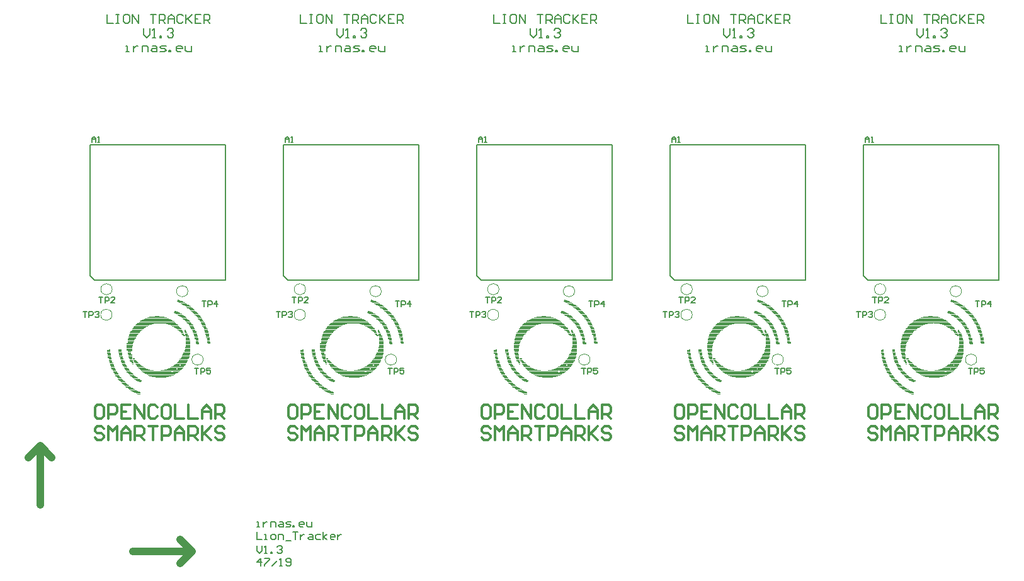
<source format=gto>
G04*
G04 #@! TF.GenerationSoftware,Altium Limited,Altium Designer,19.1.8 (144)*
G04*
G04 Layer_Color=65535*
%FSAX25Y25*%
%MOIN*%
G70*
G01*
G75*
%ADD14C,0.01181*%
%ADD15C,0.00787*%
%ADD20C,0.03937*%
%ADD72C,0.00394*%
%ADD73C,0.00400*%
%ADD74C,0.00402*%
%ADD75C,0.00591*%
D14*
X0052715Y0098263D02*
X0050354D01*
X0049173Y0097082D01*
Y0092359D01*
X0050354Y0091178D01*
X0052715D01*
X0053896Y0092359D01*
Y0097082D01*
X0052715Y0098263D01*
X0056258Y0091178D02*
Y0098263D01*
X0059800D01*
X0060980Y0097082D01*
Y0094721D01*
X0059800Y0093540D01*
X0056258D01*
X0068065Y0098263D02*
X0063342D01*
Y0091178D01*
X0068065D01*
X0063342Y0094721D02*
X0065703D01*
X0070426Y0091178D02*
Y0098263D01*
X0075149Y0091178D01*
Y0098263D01*
X0082233Y0097082D02*
X0081053Y0098263D01*
X0078691D01*
X0077510Y0097082D01*
Y0092359D01*
X0078691Y0091178D01*
X0081053D01*
X0082233Y0092359D01*
X0088137Y0098263D02*
X0085776D01*
X0084595Y0097082D01*
Y0092359D01*
X0085776Y0091178D01*
X0088137D01*
X0089318Y0092359D01*
Y0097082D01*
X0088137Y0098263D01*
X0091679D02*
Y0091178D01*
X0096402D01*
X0098764Y0098263D02*
Y0091178D01*
X0103486D01*
X0105848D02*
Y0095901D01*
X0108209Y0098263D01*
X0110571Y0095901D01*
Y0091178D01*
Y0094721D01*
X0105848D01*
X0112932Y0091178D02*
Y0098263D01*
X0116474D01*
X0117655Y0097082D01*
Y0094721D01*
X0116474Y0093540D01*
X0112932D01*
X0115294D02*
X0117655Y0091178D01*
X0053896Y0085746D02*
X0052715Y0086927D01*
X0050354D01*
X0049173Y0085746D01*
Y0084566D01*
X0050354Y0083385D01*
X0052715D01*
X0053896Y0082204D01*
Y0081023D01*
X0052715Y0079843D01*
X0050354D01*
X0049173Y0081023D01*
X0056258Y0079843D02*
Y0086927D01*
X0058619Y0084566D01*
X0060980Y0086927D01*
Y0079843D01*
X0063342D02*
Y0084566D01*
X0065703Y0086927D01*
X0068065Y0084566D01*
Y0079843D01*
Y0083385D01*
X0063342D01*
X0070426Y0079843D02*
Y0086927D01*
X0073968D01*
X0075149Y0085746D01*
Y0083385D01*
X0073968Y0082204D01*
X0070426D01*
X0072788D02*
X0075149Y0079843D01*
X0077510Y0086927D02*
X0082233D01*
X0079872D01*
Y0079843D01*
X0084595D02*
Y0086927D01*
X0088137D01*
X0089318Y0085746D01*
Y0083385D01*
X0088137Y0082204D01*
X0084595D01*
X0091679Y0079843D02*
Y0084566D01*
X0094041Y0086927D01*
X0096402Y0084566D01*
Y0079843D01*
Y0083385D01*
X0091679D01*
X0098764Y0079843D02*
Y0086927D01*
X0102306D01*
X0103486Y0085746D01*
Y0083385D01*
X0102306Y0082204D01*
X0098764D01*
X0101125D02*
X0103486Y0079843D01*
X0105848Y0086927D02*
Y0079843D01*
Y0082204D01*
X0110571Y0086927D01*
X0107028Y0083385D01*
X0110571Y0079843D01*
X0117655Y0085746D02*
X0116474Y0086927D01*
X0114113D01*
X0112932Y0085746D01*
Y0084566D01*
X0114113Y0083385D01*
X0116474D01*
X0117655Y0082204D01*
Y0081023D01*
X0116474Y0079843D01*
X0114113D01*
X0112932Y0081023D01*
X0155078Y0098263D02*
X0152716D01*
X0151535Y0097082D01*
Y0092359D01*
X0152716Y0091178D01*
X0155078D01*
X0156258Y0092359D01*
Y0097082D01*
X0155078Y0098263D01*
X0158620Y0091178D02*
Y0098263D01*
X0162162D01*
X0163343Y0097082D01*
Y0094721D01*
X0162162Y0093540D01*
X0158620D01*
X0170427Y0098263D02*
X0165704D01*
Y0091178D01*
X0170427D01*
X0165704Y0094721D02*
X0168066D01*
X0172788Y0091178D02*
Y0098263D01*
X0177511Y0091178D01*
Y0098263D01*
X0184596Y0097082D02*
X0183415Y0098263D01*
X0181053D01*
X0179873Y0097082D01*
Y0092359D01*
X0181053Y0091178D01*
X0183415D01*
X0184596Y0092359D01*
X0190499Y0098263D02*
X0188138D01*
X0186957Y0097082D01*
Y0092359D01*
X0188138Y0091178D01*
X0190499D01*
X0191680Y0092359D01*
Y0097082D01*
X0190499Y0098263D01*
X0194041D02*
Y0091178D01*
X0198764D01*
X0201126Y0098263D02*
Y0091178D01*
X0205849D01*
X0208210D02*
Y0095901D01*
X0210571Y0098263D01*
X0212933Y0095901D01*
Y0091178D01*
Y0094721D01*
X0208210D01*
X0215294Y0091178D02*
Y0098263D01*
X0218836D01*
X0220017Y0097082D01*
Y0094721D01*
X0218836Y0093540D01*
X0215294D01*
X0217656D02*
X0220017Y0091178D01*
X0156258Y0085746D02*
X0155078Y0086927D01*
X0152716D01*
X0151535Y0085746D01*
Y0084566D01*
X0152716Y0083385D01*
X0155078D01*
X0156258Y0082204D01*
Y0081023D01*
X0155078Y0079843D01*
X0152716D01*
X0151535Y0081023D01*
X0158620Y0079843D02*
Y0086927D01*
X0160981Y0084566D01*
X0163343Y0086927D01*
Y0079843D01*
X0165704D02*
Y0084566D01*
X0168066Y0086927D01*
X0170427Y0084566D01*
Y0079843D01*
Y0083385D01*
X0165704D01*
X0172788Y0079843D02*
Y0086927D01*
X0176330D01*
X0177511Y0085746D01*
Y0083385D01*
X0176330Y0082204D01*
X0172788D01*
X0175150D02*
X0177511Y0079843D01*
X0179873Y0086927D02*
X0184596D01*
X0182234D01*
Y0079843D01*
X0186957D02*
Y0086927D01*
X0190499D01*
X0191680Y0085746D01*
Y0083385D01*
X0190499Y0082204D01*
X0186957D01*
X0194041Y0079843D02*
Y0084566D01*
X0196403Y0086927D01*
X0198764Y0084566D01*
Y0079843D01*
Y0083385D01*
X0194041D01*
X0201126Y0079843D02*
Y0086927D01*
X0204668D01*
X0205849Y0085746D01*
Y0083385D01*
X0204668Y0082204D01*
X0201126D01*
X0203487D02*
X0205849Y0079843D01*
X0208210Y0086927D02*
Y0079843D01*
Y0082204D01*
X0212933Y0086927D01*
X0209391Y0083385D01*
X0212933Y0079843D01*
X0220017Y0085746D02*
X0218836Y0086927D01*
X0216475D01*
X0215294Y0085746D01*
Y0084566D01*
X0216475Y0083385D01*
X0218836D01*
X0220017Y0082204D01*
Y0081023D01*
X0218836Y0079843D01*
X0216475D01*
X0215294Y0081023D01*
X0257440Y0098263D02*
X0255078D01*
X0253898Y0097082D01*
Y0092359D01*
X0255078Y0091178D01*
X0257440D01*
X0258621Y0092359D01*
Y0097082D01*
X0257440Y0098263D01*
X0260982Y0091178D02*
Y0098263D01*
X0264524D01*
X0265705Y0097082D01*
Y0094721D01*
X0264524Y0093540D01*
X0260982D01*
X0272789Y0098263D02*
X0268066D01*
Y0091178D01*
X0272789D01*
X0268066Y0094721D02*
X0270428D01*
X0275151Y0091178D02*
Y0098263D01*
X0279873Y0091178D01*
Y0098263D01*
X0286958Y0097082D02*
X0285777Y0098263D01*
X0283416D01*
X0282235Y0097082D01*
Y0092359D01*
X0283416Y0091178D01*
X0285777D01*
X0286958Y0092359D01*
X0292861Y0098263D02*
X0290500D01*
X0289319Y0097082D01*
Y0092359D01*
X0290500Y0091178D01*
X0292861D01*
X0294042Y0092359D01*
Y0097082D01*
X0292861Y0098263D01*
X0296404D02*
Y0091178D01*
X0301126D01*
X0303488Y0098263D02*
Y0091178D01*
X0308211D01*
X0310572D02*
Y0095901D01*
X0312934Y0098263D01*
X0315295Y0095901D01*
Y0091178D01*
Y0094721D01*
X0310572D01*
X0317656Y0091178D02*
Y0098263D01*
X0321199D01*
X0322379Y0097082D01*
Y0094721D01*
X0321199Y0093540D01*
X0317656D01*
X0320018D02*
X0322379Y0091178D01*
X0258621Y0085746D02*
X0257440Y0086927D01*
X0255078D01*
X0253898Y0085746D01*
Y0084566D01*
X0255078Y0083385D01*
X0257440D01*
X0258621Y0082204D01*
Y0081023D01*
X0257440Y0079843D01*
X0255078D01*
X0253898Y0081023D01*
X0260982Y0079843D02*
Y0086927D01*
X0263343Y0084566D01*
X0265705Y0086927D01*
Y0079843D01*
X0268066D02*
Y0084566D01*
X0270428Y0086927D01*
X0272789Y0084566D01*
Y0079843D01*
Y0083385D01*
X0268066D01*
X0275151Y0079843D02*
Y0086927D01*
X0278693D01*
X0279873Y0085746D01*
Y0083385D01*
X0278693Y0082204D01*
X0275151D01*
X0277512D02*
X0279873Y0079843D01*
X0282235Y0086927D02*
X0286958D01*
X0284596D01*
Y0079843D01*
X0289319D02*
Y0086927D01*
X0292861D01*
X0294042Y0085746D01*
Y0083385D01*
X0292861Y0082204D01*
X0289319D01*
X0296404Y0079843D02*
Y0084566D01*
X0298765Y0086927D01*
X0301126Y0084566D01*
Y0079843D01*
Y0083385D01*
X0296404D01*
X0303488Y0079843D02*
Y0086927D01*
X0307030D01*
X0308211Y0085746D01*
Y0083385D01*
X0307030Y0082204D01*
X0303488D01*
X0305849D02*
X0308211Y0079843D01*
X0310572Y0086927D02*
Y0079843D01*
Y0082204D01*
X0315295Y0086927D01*
X0311753Y0083385D01*
X0315295Y0079843D01*
X0322379Y0085746D02*
X0321199Y0086927D01*
X0318837D01*
X0317656Y0085746D01*
Y0084566D01*
X0318837Y0083385D01*
X0321199D01*
X0322379Y0082204D01*
Y0081023D01*
X0321199Y0079843D01*
X0318837D01*
X0317656Y0081023D01*
X0359802Y0098263D02*
X0357440D01*
X0356260Y0097082D01*
Y0092359D01*
X0357440Y0091178D01*
X0359802D01*
X0360983Y0092359D01*
Y0097082D01*
X0359802Y0098263D01*
X0363344Y0091178D02*
Y0098263D01*
X0366886D01*
X0368067Y0097082D01*
Y0094721D01*
X0366886Y0093540D01*
X0363344D01*
X0375151Y0098263D02*
X0370428D01*
Y0091178D01*
X0375151D01*
X0370428Y0094721D02*
X0372790D01*
X0377513Y0091178D02*
Y0098263D01*
X0382236Y0091178D01*
Y0098263D01*
X0389320Y0097082D02*
X0388139Y0098263D01*
X0385778D01*
X0384597Y0097082D01*
Y0092359D01*
X0385778Y0091178D01*
X0388139D01*
X0389320Y0092359D01*
X0395224Y0098263D02*
X0392862D01*
X0391681Y0097082D01*
Y0092359D01*
X0392862Y0091178D01*
X0395224D01*
X0396404Y0092359D01*
Y0097082D01*
X0395224Y0098263D01*
X0398766D02*
Y0091178D01*
X0403489D01*
X0405850Y0098263D02*
Y0091178D01*
X0410573D01*
X0412934D02*
Y0095901D01*
X0415296Y0098263D01*
X0417657Y0095901D01*
Y0091178D01*
Y0094721D01*
X0412934D01*
X0420019Y0091178D02*
Y0098263D01*
X0423561D01*
X0424742Y0097082D01*
Y0094721D01*
X0423561Y0093540D01*
X0420019D01*
X0422380D02*
X0424742Y0091178D01*
X0360983Y0085746D02*
X0359802Y0086927D01*
X0357440D01*
X0356260Y0085746D01*
Y0084566D01*
X0357440Y0083385D01*
X0359802D01*
X0360983Y0082204D01*
Y0081023D01*
X0359802Y0079843D01*
X0357440D01*
X0356260Y0081023D01*
X0363344Y0079843D02*
Y0086927D01*
X0365706Y0084566D01*
X0368067Y0086927D01*
Y0079843D01*
X0370428D02*
Y0084566D01*
X0372790Y0086927D01*
X0375151Y0084566D01*
Y0079843D01*
Y0083385D01*
X0370428D01*
X0377513Y0079843D02*
Y0086927D01*
X0381055D01*
X0382236Y0085746D01*
Y0083385D01*
X0381055Y0082204D01*
X0377513D01*
X0379874D02*
X0382236Y0079843D01*
X0384597Y0086927D02*
X0389320D01*
X0386959D01*
Y0079843D01*
X0391681D02*
Y0086927D01*
X0395224D01*
X0396404Y0085746D01*
Y0083385D01*
X0395224Y0082204D01*
X0391681D01*
X0398766Y0079843D02*
Y0084566D01*
X0401127Y0086927D01*
X0403489Y0084566D01*
Y0079843D01*
Y0083385D01*
X0398766D01*
X0405850Y0079843D02*
Y0086927D01*
X0409392D01*
X0410573Y0085746D01*
Y0083385D01*
X0409392Y0082204D01*
X0405850D01*
X0408212D02*
X0410573Y0079843D01*
X0412934Y0086927D02*
Y0079843D01*
Y0082204D01*
X0417657Y0086927D01*
X0414115Y0083385D01*
X0417657Y0079843D01*
X0424742Y0085746D02*
X0423561Y0086927D01*
X0421199D01*
X0420019Y0085746D01*
Y0084566D01*
X0421199Y0083385D01*
X0423561D01*
X0424742Y0082204D01*
Y0081023D01*
X0423561Y0079843D01*
X0421199D01*
X0420019Y0081023D01*
X0462164Y0098263D02*
X0459803D01*
X0458622Y0097082D01*
Y0092359D01*
X0459803Y0091178D01*
X0462164D01*
X0463345Y0092359D01*
Y0097082D01*
X0462164Y0098263D01*
X0465706Y0091178D02*
Y0098263D01*
X0469248D01*
X0470429Y0097082D01*
Y0094721D01*
X0469248Y0093540D01*
X0465706D01*
X0477514Y0098263D02*
X0472791D01*
Y0091178D01*
X0477514D01*
X0472791Y0094721D02*
X0475152D01*
X0479875Y0091178D02*
Y0098263D01*
X0484598Y0091178D01*
Y0098263D01*
X0491682Y0097082D02*
X0490501Y0098263D01*
X0488140D01*
X0486959Y0097082D01*
Y0092359D01*
X0488140Y0091178D01*
X0490501D01*
X0491682Y0092359D01*
X0497586Y0098263D02*
X0495224D01*
X0494044Y0097082D01*
Y0092359D01*
X0495224Y0091178D01*
X0497586D01*
X0498767Y0092359D01*
Y0097082D01*
X0497586Y0098263D01*
X0501128D02*
Y0091178D01*
X0505851D01*
X0508212Y0098263D02*
Y0091178D01*
X0512935D01*
X0515297D02*
Y0095901D01*
X0517658Y0098263D01*
X0520019Y0095901D01*
Y0091178D01*
Y0094721D01*
X0515297D01*
X0522381Y0091178D02*
Y0098263D01*
X0525923D01*
X0527104Y0097082D01*
Y0094721D01*
X0525923Y0093540D01*
X0522381D01*
X0524742D02*
X0527104Y0091178D01*
X0463345Y0085746D02*
X0462164Y0086927D01*
X0459803D01*
X0458622Y0085746D01*
Y0084566D01*
X0459803Y0083385D01*
X0462164D01*
X0463345Y0082204D01*
Y0081023D01*
X0462164Y0079843D01*
X0459803D01*
X0458622Y0081023D01*
X0465706Y0079843D02*
Y0086927D01*
X0468068Y0084566D01*
X0470429Y0086927D01*
Y0079843D01*
X0472791D02*
Y0084566D01*
X0475152Y0086927D01*
X0477514Y0084566D01*
Y0079843D01*
Y0083385D01*
X0472791D01*
X0479875Y0079843D02*
Y0086927D01*
X0483417D01*
X0484598Y0085746D01*
Y0083385D01*
X0483417Y0082204D01*
X0479875D01*
X0482236D02*
X0484598Y0079843D01*
X0486959Y0086927D02*
X0491682D01*
X0489321D01*
Y0079843D01*
X0494044D02*
Y0086927D01*
X0497586D01*
X0498767Y0085746D01*
Y0083385D01*
X0497586Y0082204D01*
X0494044D01*
X0501128Y0079843D02*
Y0084566D01*
X0503489Y0086927D01*
X0505851Y0084566D01*
Y0079843D01*
Y0083385D01*
X0501128D01*
X0508212Y0079843D02*
Y0086927D01*
X0511754D01*
X0512935Y0085746D01*
Y0083385D01*
X0511754Y0082204D01*
X0508212D01*
X0510574D02*
X0512935Y0079843D01*
X0515297Y0086927D02*
Y0079843D01*
Y0082204D01*
X0520019Y0086927D01*
X0516477Y0083385D01*
X0520019Y0079843D01*
X0527104Y0085746D02*
X0525923Y0086927D01*
X0523562D01*
X0522381Y0085746D01*
Y0084566D01*
X0523562Y0083385D01*
X0525923D01*
X0527104Y0082204D01*
Y0081023D01*
X0525923Y0079843D01*
X0523562D01*
X0522381Y0081023D01*
D15*
X0135079Y0033683D02*
X0136391D01*
X0135735D01*
Y0036307D01*
X0135079D01*
X0138358D02*
Y0033683D01*
Y0034995D01*
X0139014Y0035651D01*
X0139670Y0036307D01*
X0140326D01*
X0142294Y0033683D02*
Y0036307D01*
X0144262D01*
X0144918Y0035651D01*
Y0033683D01*
X0146886Y0036307D02*
X0148198D01*
X0148854Y0035651D01*
Y0033683D01*
X0146886D01*
X0146230Y0034339D01*
X0146886Y0034995D01*
X0148854D01*
X0150166Y0033683D02*
X0152134D01*
X0152790Y0034339D01*
X0152134Y0034995D01*
X0150822D01*
X0150166Y0035651D01*
X0150822Y0036307D01*
X0152790D01*
X0154102Y0033683D02*
Y0034339D01*
X0154757D01*
Y0033683D01*
X0154102D01*
X0159349D02*
X0158037D01*
X0157381Y0034339D01*
Y0035651D01*
X0158037Y0036307D01*
X0159349D01*
X0160005Y0035651D01*
Y0034995D01*
X0157381D01*
X0161317Y0036307D02*
Y0034339D01*
X0161973Y0033683D01*
X0163941D01*
Y0036307D01*
X0135079Y0031006D02*
Y0027070D01*
X0137703D01*
X0139014D02*
X0140326D01*
X0139670D01*
Y0029694D01*
X0139014D01*
X0142950Y0027070D02*
X0144262D01*
X0144918Y0027726D01*
Y0029038D01*
X0144262Y0029694D01*
X0142950D01*
X0142294Y0029038D01*
Y0027726D01*
X0142950Y0027070D01*
X0146230D02*
Y0029694D01*
X0148198D01*
X0148854Y0029038D01*
Y0027070D01*
X0150166Y0026414D02*
X0152790D01*
X0154102Y0031006D02*
X0156725D01*
X0155413D01*
Y0027070D01*
X0158037Y0029694D02*
Y0027070D01*
Y0028382D01*
X0158693Y0029038D01*
X0159349Y0029694D01*
X0160005D01*
X0162629D02*
X0163941D01*
X0164597Y0029038D01*
Y0027070D01*
X0162629D01*
X0161973Y0027726D01*
X0162629Y0028382D01*
X0164597D01*
X0168533Y0029694D02*
X0166565D01*
X0165909Y0029038D01*
Y0027726D01*
X0166565Y0027070D01*
X0168533D01*
X0169844D02*
Y0031006D01*
Y0028382D02*
X0171812Y0029694D01*
X0169844Y0028382D02*
X0171812Y0027070D01*
X0175748D02*
X0174436D01*
X0173780Y0027726D01*
Y0029038D01*
X0174436Y0029694D01*
X0175748D01*
X0176404Y0029038D01*
Y0028382D01*
X0173780D01*
X0177716Y0029694D02*
Y0027070D01*
Y0028382D01*
X0178372Y0029038D01*
X0179028Y0029694D01*
X0179684D01*
X0135079Y0023737D02*
Y0021113D01*
X0136391Y0019802D01*
X0137703Y0021113D01*
Y0023737D01*
X0139014Y0019802D02*
X0140326D01*
X0139670D01*
Y0023737D01*
X0139014Y0023081D01*
X0142294Y0019802D02*
Y0020458D01*
X0142950D01*
Y0019802D01*
X0142294D01*
X0145574Y0023081D02*
X0146230Y0023737D01*
X0147542D01*
X0148198Y0023081D01*
Y0022425D01*
X0147542Y0021769D01*
X0146886D01*
X0147542D01*
X0148198Y0021113D01*
Y0020458D01*
X0147542Y0019802D01*
X0146230D01*
X0145574Y0020458D01*
X0137047Y0013189D02*
Y0017125D01*
X0135079Y0015157D01*
X0137703D01*
X0139014Y0017125D02*
X0141638D01*
Y0016469D01*
X0139014Y0013845D01*
Y0013189D01*
X0142950D02*
X0145574Y0015813D01*
X0146886Y0013189D02*
X0148198D01*
X0147542D01*
Y0017125D01*
X0146886Y0016469D01*
X0150166Y0013845D02*
X0150822Y0013189D01*
X0152134D01*
X0152790Y0013845D01*
Y0016469D01*
X0152134Y0017125D01*
X0150822D01*
X0150166Y0016469D01*
Y0015813D01*
X0150822Y0015157D01*
X0152790D01*
X0046593Y0235918D02*
X0118247D01*
Y0164264D02*
Y0235918D01*
X0046593Y0166627D02*
Y0235918D01*
Y0166627D02*
X0048955Y0164264D01*
X0118247D01*
X0055704Y0305178D02*
Y0300455D01*
X0058853D01*
X0060427Y0305178D02*
X0062001D01*
X0061214D01*
Y0300455D01*
X0060427D01*
X0062001D01*
X0066724Y0305178D02*
X0065150D01*
X0064363Y0304391D01*
Y0301243D01*
X0065150Y0300455D01*
X0066724D01*
X0067511Y0301243D01*
Y0304391D01*
X0066724Y0305178D01*
X0069086Y0300455D02*
Y0305178D01*
X0072234Y0300455D01*
Y0305178D01*
X0078531D02*
X0081680D01*
X0080106D01*
Y0300455D01*
X0083254D02*
Y0305178D01*
X0085616D01*
X0086403Y0304391D01*
Y0302817D01*
X0085616Y0302030D01*
X0083254D01*
X0084829D02*
X0086403Y0300455D01*
X0087977D02*
Y0303604D01*
X0089551Y0305178D01*
X0091126Y0303604D01*
Y0300455D01*
Y0302817D01*
X0087977D01*
X0095849Y0304391D02*
X0095061Y0305178D01*
X0093487D01*
X0092700Y0304391D01*
Y0301243D01*
X0093487Y0300455D01*
X0095061D01*
X0095849Y0301243D01*
X0097423Y0305178D02*
Y0300455D01*
Y0302030D01*
X0100572Y0305178D01*
X0098210Y0302817D01*
X0100572Y0300455D01*
X0105294Y0305178D02*
X0102146D01*
Y0300455D01*
X0105294D01*
X0102146Y0302817D02*
X0103720D01*
X0106869Y0300455D02*
Y0305178D01*
X0109230D01*
X0110017Y0304391D01*
Y0302817D01*
X0109230Y0302030D01*
X0106869D01*
X0108443D02*
X0110017Y0300455D01*
X0074989Y0297621D02*
Y0294473D01*
X0076564Y0292898D01*
X0078138Y0294473D01*
Y0297621D01*
X0079712Y0292898D02*
X0081286D01*
X0080499D01*
Y0297621D01*
X0079712Y0296834D01*
X0083648Y0292898D02*
Y0293686D01*
X0084435D01*
Y0292898D01*
X0083648D01*
X0087584Y0296834D02*
X0088371Y0297621D01*
X0089945D01*
X0090732Y0296834D01*
Y0296047D01*
X0089945Y0295260D01*
X0089158D01*
X0089945D01*
X0090732Y0294473D01*
Y0293686D01*
X0089945Y0292898D01*
X0088371D01*
X0087584Y0293686D01*
X0065543Y0285341D02*
X0067118D01*
X0066331D01*
Y0288490D01*
X0065543D01*
X0069479D02*
Y0285341D01*
Y0286915D01*
X0070266Y0287703D01*
X0071053Y0288490D01*
X0071841D01*
X0074202Y0285341D02*
Y0288490D01*
X0076564D01*
X0077351Y0287703D01*
Y0285341D01*
X0079712Y0288490D02*
X0081286D01*
X0082073Y0287703D01*
Y0285341D01*
X0079712D01*
X0078925Y0286128D01*
X0079712Y0286915D01*
X0082073D01*
X0083648Y0285341D02*
X0086009D01*
X0086796Y0286128D01*
X0086009Y0286915D01*
X0084435D01*
X0083648Y0287703D01*
X0084435Y0288490D01*
X0086796D01*
X0088371Y0285341D02*
Y0286128D01*
X0089158D01*
Y0285341D01*
X0088371D01*
X0094668D02*
X0093094D01*
X0092306Y0286128D01*
Y0287703D01*
X0093094Y0288490D01*
X0094668D01*
X0095455Y0287703D01*
Y0286915D01*
X0092306D01*
X0097029Y0288490D02*
Y0286128D01*
X0097816Y0285341D01*
X0100178D01*
Y0288490D01*
X0148955Y0235918D02*
X0220609D01*
Y0164264D02*
Y0235918D01*
X0148955Y0166627D02*
Y0235918D01*
Y0166627D02*
X0151318Y0164264D01*
X0220609D01*
X0158066Y0305178D02*
Y0300455D01*
X0161215D01*
X0162789Y0305178D02*
X0164363D01*
X0163576D01*
Y0300455D01*
X0162789D01*
X0164363D01*
X0169086Y0305178D02*
X0167512D01*
X0166725Y0304391D01*
Y0301243D01*
X0167512Y0300455D01*
X0169086D01*
X0169873Y0301243D01*
Y0304391D01*
X0169086Y0305178D01*
X0171448Y0300455D02*
Y0305178D01*
X0174596Y0300455D01*
Y0305178D01*
X0180894D02*
X0184042D01*
X0182468D01*
Y0300455D01*
X0185616D02*
Y0305178D01*
X0187978D01*
X0188765Y0304391D01*
Y0302817D01*
X0187978Y0302030D01*
X0185616D01*
X0187191D02*
X0188765Y0300455D01*
X0190339D02*
Y0303604D01*
X0191914Y0305178D01*
X0193488Y0303604D01*
Y0300455D01*
Y0302817D01*
X0190339D01*
X0198211Y0304391D02*
X0197424Y0305178D01*
X0195849D01*
X0195062Y0304391D01*
Y0301243D01*
X0195849Y0300455D01*
X0197424D01*
X0198211Y0301243D01*
X0199785Y0305178D02*
Y0300455D01*
Y0302030D01*
X0202934Y0305178D01*
X0200572Y0302817D01*
X0202934Y0300455D01*
X0207657Y0305178D02*
X0204508D01*
Y0300455D01*
X0207657D01*
X0204508Y0302817D02*
X0206082D01*
X0209231Y0300455D02*
Y0305178D01*
X0211592D01*
X0212379Y0304391D01*
Y0302817D01*
X0211592Y0302030D01*
X0209231D01*
X0210805D02*
X0212379Y0300455D01*
X0177351Y0297621D02*
Y0294473D01*
X0178926Y0292898D01*
X0180500Y0294473D01*
Y0297621D01*
X0182074Y0292898D02*
X0183649D01*
X0182861D01*
Y0297621D01*
X0182074Y0296834D01*
X0186010Y0292898D02*
Y0293686D01*
X0186797D01*
Y0292898D01*
X0186010D01*
X0189946Y0296834D02*
X0190733Y0297621D01*
X0192307D01*
X0193094Y0296834D01*
Y0296047D01*
X0192307Y0295260D01*
X0191520D01*
X0192307D01*
X0193094Y0294473D01*
Y0293686D01*
X0192307Y0292898D01*
X0190733D01*
X0189946Y0293686D01*
X0167906Y0285341D02*
X0169480D01*
X0168693D01*
Y0288490D01*
X0167906D01*
X0171841D02*
Y0285341D01*
Y0286915D01*
X0172628Y0287703D01*
X0173416Y0288490D01*
X0174203D01*
X0176564Y0285341D02*
Y0288490D01*
X0178926D01*
X0179713Y0287703D01*
Y0285341D01*
X0182074Y0288490D02*
X0183649D01*
X0184436Y0287703D01*
Y0285341D01*
X0182074D01*
X0181287Y0286128D01*
X0182074Y0286915D01*
X0184436D01*
X0186010Y0285341D02*
X0188371D01*
X0189159Y0286128D01*
X0188371Y0286915D01*
X0186797D01*
X0186010Y0287703D01*
X0186797Y0288490D01*
X0189159D01*
X0190733Y0285341D02*
Y0286128D01*
X0191520D01*
Y0285341D01*
X0190733D01*
X0197030D02*
X0195456D01*
X0194669Y0286128D01*
Y0287703D01*
X0195456Y0288490D01*
X0197030D01*
X0197817Y0287703D01*
Y0286915D01*
X0194669D01*
X0199391Y0288490D02*
Y0286128D01*
X0200179Y0285341D01*
X0202540D01*
Y0288490D01*
X0251318Y0235918D02*
X0322971D01*
Y0164264D02*
Y0235918D01*
X0251318Y0166627D02*
Y0235918D01*
Y0166627D02*
X0253680Y0164264D01*
X0322971D01*
X0260429Y0305178D02*
Y0300455D01*
X0263577D01*
X0265151Y0305178D02*
X0266726D01*
X0265938D01*
Y0300455D01*
X0265151D01*
X0266726D01*
X0271448Y0305178D02*
X0269874D01*
X0269087Y0304391D01*
Y0301243D01*
X0269874Y0300455D01*
X0271448D01*
X0272236Y0301243D01*
Y0304391D01*
X0271448Y0305178D01*
X0273810Y0300455D02*
Y0305178D01*
X0276959Y0300455D01*
Y0305178D01*
X0283256D02*
X0286404D01*
X0284830D01*
Y0300455D01*
X0287979D02*
Y0305178D01*
X0290340D01*
X0291127Y0304391D01*
Y0302817D01*
X0290340Y0302030D01*
X0287979D01*
X0289553D02*
X0291127Y0300455D01*
X0292702D02*
Y0303604D01*
X0294276Y0305178D01*
X0295850Y0303604D01*
Y0300455D01*
Y0302817D01*
X0292702D01*
X0300573Y0304391D02*
X0299786Y0305178D01*
X0298212D01*
X0297424Y0304391D01*
Y0301243D01*
X0298212Y0300455D01*
X0299786D01*
X0300573Y0301243D01*
X0302147Y0305178D02*
Y0300455D01*
Y0302030D01*
X0305296Y0305178D01*
X0302934Y0302817D01*
X0305296Y0300455D01*
X0310019Y0305178D02*
X0306870D01*
Y0300455D01*
X0310019D01*
X0306870Y0302817D02*
X0308444D01*
X0311593Y0300455D02*
Y0305178D01*
X0313954D01*
X0314742Y0304391D01*
Y0302817D01*
X0313954Y0302030D01*
X0311593D01*
X0313167D02*
X0314742Y0300455D01*
X0279714Y0297621D02*
Y0294473D01*
X0281288Y0292898D01*
X0282862Y0294473D01*
Y0297621D01*
X0284436Y0292898D02*
X0286011D01*
X0285224D01*
Y0297621D01*
X0284436Y0296834D01*
X0288372Y0292898D02*
Y0293686D01*
X0289159D01*
Y0292898D01*
X0288372D01*
X0292308Y0296834D02*
X0293095Y0297621D01*
X0294669D01*
X0295457Y0296834D01*
Y0296047D01*
X0294669Y0295260D01*
X0293882D01*
X0294669D01*
X0295457Y0294473D01*
Y0293686D01*
X0294669Y0292898D01*
X0293095D01*
X0292308Y0293686D01*
X0270268Y0285341D02*
X0271842D01*
X0271055D01*
Y0288490D01*
X0270268D01*
X0274203D02*
Y0285341D01*
Y0286915D01*
X0274991Y0287703D01*
X0275778Y0288490D01*
X0276565D01*
X0278926Y0285341D02*
Y0288490D01*
X0281288D01*
X0282075Y0287703D01*
Y0285341D01*
X0284436Y0288490D02*
X0286011D01*
X0286798Y0287703D01*
Y0285341D01*
X0284436D01*
X0283649Y0286128D01*
X0284436Y0286915D01*
X0286798D01*
X0288372Y0285341D02*
X0290734D01*
X0291521Y0286128D01*
X0290734Y0286915D01*
X0289159D01*
X0288372Y0287703D01*
X0289159Y0288490D01*
X0291521D01*
X0293095Y0285341D02*
Y0286128D01*
X0293882D01*
Y0285341D01*
X0293095D01*
X0299392D02*
X0297818D01*
X0297031Y0286128D01*
Y0287703D01*
X0297818Y0288490D01*
X0299392D01*
X0300179Y0287703D01*
Y0286915D01*
X0297031D01*
X0301754Y0288490D02*
Y0286128D01*
X0302541Y0285341D01*
X0304902D01*
Y0288490D01*
X0353680Y0235918D02*
X0425333D01*
Y0164264D02*
Y0235918D01*
X0353680Y0166627D02*
Y0235918D01*
Y0166627D02*
X0356042Y0164264D01*
X0425333D01*
X0362791Y0305178D02*
Y0300455D01*
X0365939D01*
X0367513Y0305178D02*
X0369088D01*
X0368301D01*
Y0300455D01*
X0367513D01*
X0369088D01*
X0373811Y0305178D02*
X0372236D01*
X0371449Y0304391D01*
Y0301243D01*
X0372236Y0300455D01*
X0373811D01*
X0374598Y0301243D01*
Y0304391D01*
X0373811Y0305178D01*
X0376172Y0300455D02*
Y0305178D01*
X0379321Y0300455D01*
Y0305178D01*
X0385618D02*
X0388767D01*
X0387192D01*
Y0300455D01*
X0390341D02*
Y0305178D01*
X0392702D01*
X0393489Y0304391D01*
Y0302817D01*
X0392702Y0302030D01*
X0390341D01*
X0391915D02*
X0393489Y0300455D01*
X0395064D02*
Y0303604D01*
X0396638Y0305178D01*
X0398212Y0303604D01*
Y0300455D01*
Y0302817D01*
X0395064D01*
X0402935Y0304391D02*
X0402148Y0305178D01*
X0400574D01*
X0399786Y0304391D01*
Y0301243D01*
X0400574Y0300455D01*
X0402148D01*
X0402935Y0301243D01*
X0404509Y0305178D02*
Y0300455D01*
Y0302030D01*
X0407658Y0305178D01*
X0405297Y0302817D01*
X0407658Y0300455D01*
X0412381Y0305178D02*
X0409232D01*
Y0300455D01*
X0412381D01*
X0409232Y0302817D02*
X0410807D01*
X0413955Y0300455D02*
Y0305178D01*
X0416317D01*
X0417104Y0304391D01*
Y0302817D01*
X0416317Y0302030D01*
X0413955D01*
X0415529D02*
X0417104Y0300455D01*
X0382076Y0297621D02*
Y0294473D01*
X0383650Y0292898D01*
X0385224Y0294473D01*
Y0297621D01*
X0386799Y0292898D02*
X0388373D01*
X0387586D01*
Y0297621D01*
X0386799Y0296834D01*
X0390734Y0292898D02*
Y0293686D01*
X0391522D01*
Y0292898D01*
X0390734D01*
X0394670Y0296834D02*
X0395457Y0297621D01*
X0397031D01*
X0397819Y0296834D01*
Y0296047D01*
X0397031Y0295260D01*
X0396244D01*
X0397031D01*
X0397819Y0294473D01*
Y0293686D01*
X0397031Y0292898D01*
X0395457D01*
X0394670Y0293686D01*
X0372630Y0285341D02*
X0374204D01*
X0373417D01*
Y0288490D01*
X0372630D01*
X0376566D02*
Y0285341D01*
Y0286915D01*
X0377353Y0287703D01*
X0378140Y0288490D01*
X0378927D01*
X0381289Y0285341D02*
Y0288490D01*
X0383650D01*
X0384437Y0287703D01*
Y0285341D01*
X0386799Y0288490D02*
X0388373D01*
X0389160Y0287703D01*
Y0285341D01*
X0386799D01*
X0386012Y0286128D01*
X0386799Y0286915D01*
X0389160D01*
X0390734Y0285341D02*
X0393096D01*
X0393883Y0286128D01*
X0393096Y0286915D01*
X0391522D01*
X0390734Y0287703D01*
X0391522Y0288490D01*
X0393883D01*
X0395457Y0285341D02*
Y0286128D01*
X0396244D01*
Y0285341D01*
X0395457D01*
X0401754D02*
X0400180D01*
X0399393Y0286128D01*
Y0287703D01*
X0400180Y0288490D01*
X0401754D01*
X0402542Y0287703D01*
Y0286915D01*
X0399393D01*
X0404116Y0288490D02*
Y0286128D01*
X0404903Y0285341D01*
X0407264D01*
Y0288490D01*
X0456042Y0235918D02*
X0527696D01*
Y0164264D02*
Y0235918D01*
X0456042Y0166627D02*
Y0235918D01*
Y0166627D02*
X0458404Y0164264D01*
X0527696D01*
X0465153Y0305178D02*
Y0300455D01*
X0468301D01*
X0469876Y0305178D02*
X0471450D01*
X0470663D01*
Y0300455D01*
X0469876D01*
X0471450D01*
X0476173Y0305178D02*
X0474599D01*
X0473811Y0304391D01*
Y0301243D01*
X0474599Y0300455D01*
X0476173D01*
X0476960Y0301243D01*
Y0304391D01*
X0476173Y0305178D01*
X0478534Y0300455D02*
Y0305178D01*
X0481683Y0300455D01*
Y0305178D01*
X0487980D02*
X0491129D01*
X0489554D01*
Y0300455D01*
X0492703D02*
Y0305178D01*
X0495064D01*
X0495852Y0304391D01*
Y0302817D01*
X0495064Y0302030D01*
X0492703D01*
X0494277D02*
X0495852Y0300455D01*
X0497426D02*
Y0303604D01*
X0499000Y0305178D01*
X0500574Y0303604D01*
Y0300455D01*
Y0302817D01*
X0497426D01*
X0505297Y0304391D02*
X0504510Y0305178D01*
X0502936D01*
X0502149Y0304391D01*
Y0301243D01*
X0502936Y0300455D01*
X0504510D01*
X0505297Y0301243D01*
X0506872Y0305178D02*
Y0300455D01*
Y0302030D01*
X0510020Y0305178D01*
X0507659Y0302817D01*
X0510020Y0300455D01*
X0514743Y0305178D02*
X0511594D01*
Y0300455D01*
X0514743D01*
X0511594Y0302817D02*
X0513169D01*
X0516317Y0300455D02*
Y0305178D01*
X0518679D01*
X0519466Y0304391D01*
Y0302817D01*
X0518679Y0302030D01*
X0516317D01*
X0517892D02*
X0519466Y0300455D01*
X0484438Y0297621D02*
Y0294473D01*
X0486012Y0292898D01*
X0487586Y0294473D01*
Y0297621D01*
X0489161Y0292898D02*
X0490735D01*
X0489948D01*
Y0297621D01*
X0489161Y0296834D01*
X0493097Y0292898D02*
Y0293686D01*
X0493884D01*
Y0292898D01*
X0493097D01*
X0497032Y0296834D02*
X0497819Y0297621D01*
X0499394D01*
X0500181Y0296834D01*
Y0296047D01*
X0499394Y0295260D01*
X0498607D01*
X0499394D01*
X0500181Y0294473D01*
Y0293686D01*
X0499394Y0292898D01*
X0497819D01*
X0497032Y0293686D01*
X0474992Y0285341D02*
X0476567D01*
X0475779D01*
Y0288490D01*
X0474992D01*
X0478928D02*
Y0285341D01*
Y0286915D01*
X0479715Y0287703D01*
X0480502Y0288490D01*
X0481289D01*
X0483651Y0285341D02*
Y0288490D01*
X0486012D01*
X0486799Y0287703D01*
Y0285341D01*
X0489161Y0288490D02*
X0490735D01*
X0491522Y0287703D01*
Y0285341D01*
X0489161D01*
X0488374Y0286128D01*
X0489161Y0286915D01*
X0491522D01*
X0493097Y0285341D02*
X0495458D01*
X0496245Y0286128D01*
X0495458Y0286915D01*
X0493884D01*
X0493097Y0287703D01*
X0493884Y0288490D01*
X0496245D01*
X0497819Y0285341D02*
Y0286128D01*
X0498607D01*
Y0285341D01*
X0497819D01*
X0504117D02*
X0502542D01*
X0501755Y0286128D01*
Y0287703D01*
X0502542Y0288490D01*
X0504117D01*
X0504904Y0287703D01*
Y0286915D01*
X0501755D01*
X0506478Y0288490D02*
Y0286128D01*
X0507265Y0285341D01*
X0509627D01*
Y0288490D01*
D20*
X0069213Y0020669D02*
X0100669D01*
X0094370Y0014370D02*
X0100669Y0020669D01*
X0094370Y0026969D02*
X0100669Y0020669D01*
X0013819Y0070472D02*
X0020118Y0076772D01*
X0026417Y0070472D01*
X0020118Y0045315D02*
Y0076772D01*
D72*
X0106471Y0122323D02*
G03*
X0106471Y0122323I-0002993J0000000D01*
G01*
X0098387Y0158504D02*
G03*
X0098387Y0158504I-0002993J0000000D01*
G01*
X0058229Y0146063D02*
G03*
X0058229Y0146063I-0002993J0000000D01*
G01*
X0058308Y0159567D02*
G03*
X0058308Y0159567I-0002993J0000000D01*
G01*
X0208833Y0122323D02*
G03*
X0208833Y0122323I-0002993J0000000D01*
G01*
X0200749Y0158504D02*
G03*
X0200749Y0158504I-0002993J0000000D01*
G01*
X0160591Y0146063D02*
G03*
X0160591Y0146063I-0002993J0000000D01*
G01*
X0160670Y0159567D02*
G03*
X0160670Y0159567I-0002993J0000000D01*
G01*
X0311195Y0122323D02*
G03*
X0311195Y0122323I-0002993J0000000D01*
G01*
X0303111Y0158504D02*
G03*
X0303111Y0158504I-0002993J0000000D01*
G01*
X0262954Y0146063D02*
G03*
X0262954Y0146063I-0002993J0000000D01*
G01*
X0263032Y0159567D02*
G03*
X0263032Y0159567I-0002993J0000000D01*
G01*
X0413557Y0122323D02*
G03*
X0413557Y0122323I-0002993J0000000D01*
G01*
X0405473Y0158504D02*
G03*
X0405473Y0158504I-0002993J0000000D01*
G01*
X0365316Y0146063D02*
G03*
X0365316Y0146063I-0002993J0000000D01*
G01*
X0365395Y0159567D02*
G03*
X0365395Y0159567I-0002993J0000000D01*
G01*
X0515919Y0122323D02*
G03*
X0515919Y0122323I-0002993J0000000D01*
G01*
X0507835Y0158504D02*
G03*
X0507835Y0158504I-0002993J0000000D01*
G01*
X0467678Y0146063D02*
G03*
X0467678Y0146063I-0002993J0000000D01*
G01*
X0467757Y0159567D02*
G03*
X0467757Y0159567I-0002993J0000000D01*
G01*
D73*
X0059670Y0115002D02*
X0061270D01*
X0059670Y0114602D02*
X0061270D01*
X0060070Y0114202D02*
X0061670D01*
X0060070Y0113802D02*
X0062070D01*
X0060470Y0113402D02*
X0062070D01*
X0060870Y0113002D02*
X0062470D01*
X0056470Y0123002D02*
X0057670D01*
X0056470Y0122602D02*
X0057670D01*
X0056470Y0122202D02*
X0057670D01*
X0056470Y0121802D02*
X0058070D01*
X0056870Y0121402D02*
X0058070D01*
X0056870Y0121002D02*
X0058070D01*
X0056870Y0120602D02*
X0058470D01*
X0057270Y0120202D02*
X0058470D01*
X0057270Y0119802D02*
X0058870D01*
X0057270Y0119402D02*
X0058870D01*
X0057670Y0119002D02*
X0058870D01*
X0057670Y0118602D02*
X0059270D01*
X0057670Y0118202D02*
X0059270D01*
X0058070Y0117802D02*
X0059670D01*
X0058070Y0117402D02*
X0059670D01*
X0058470Y0117002D02*
X0060070D01*
X0058470Y0116602D02*
X0060070D01*
X0058870Y0116202D02*
X0060470D01*
X0058870Y0115802D02*
X0060470D01*
X0056470Y0127802D02*
X0056870D01*
X0055670Y0127402D02*
X0056870D01*
X0055670Y0127002D02*
X0056870D01*
X0055670Y0126602D02*
X0056870D01*
X0055670Y0126202D02*
X0056870D01*
X0055670Y0125802D02*
X0057270D01*
X0056070Y0125402D02*
X0057270D01*
X0056070Y0125002D02*
X0057270D01*
X0056070Y0124602D02*
X0057270D01*
X0056070Y0124202D02*
X0057270D01*
X0056070Y0123802D02*
X0057270D01*
X0066870Y0107002D02*
X0069270D01*
X0067270Y0106602D02*
X0070070D01*
X0066870Y0115002D02*
X0068870D01*
X0067270Y0114602D02*
X0069270D01*
X0067670Y0114202D02*
X0069670D01*
X0068070Y0113802D02*
X0070070D01*
X0068470Y0113402D02*
X0070470D01*
X0063270Y0110202D02*
X0065270D01*
X0063670Y0109802D02*
X0065670D01*
X0064070Y0109402D02*
X0066070D01*
X0064470Y0109002D02*
X0066470D01*
X0064870Y0108602D02*
X0066870D01*
X0065270Y0108202D02*
X0067670D01*
X0065670Y0107802D02*
X0068070D01*
X0067270Y0123002D02*
X0068470D01*
X0069270D02*
X0070070D01*
X0067670Y0122602D02*
X0068470D01*
X0069270D02*
X0070070D01*
X0067670Y0122202D02*
X0068870D01*
X0069670D02*
X0070470D01*
X0067670Y0121802D02*
X0068870D01*
X0068070Y0121402D02*
X0068870D01*
X0063270Y0121002D02*
X0064470D01*
X0068470D02*
X0069270D01*
X0063270Y0120602D02*
X0064870D01*
X0068470D02*
X0069270D01*
X0063670Y0120202D02*
X0064870D01*
X0068870D02*
X0069270D01*
X0063670Y0119802D02*
X0065270D01*
X0064070Y0119402D02*
X0065670D01*
X0064070Y0119002D02*
X0065670D01*
X0064470Y0118602D02*
X0066070D01*
X0064470Y0118202D02*
X0066070D01*
X0064870Y0117802D02*
X0066470D01*
X0064870Y0117402D02*
X0066870D01*
X0065270Y0117002D02*
X0066870D01*
X0065670Y0116602D02*
X0067270D01*
X0066070Y0116202D02*
X0067670D01*
X0066070Y0115802D02*
X0068070D01*
X0066070Y0131002D02*
X0068870D01*
X0066070Y0130602D02*
X0068870D01*
X0066070Y0130202D02*
X0068870D01*
X0066070Y0129802D02*
X0068870D01*
X0066070Y0129402D02*
X0068470D01*
X0066070Y0129002D02*
X0068470D01*
X0066070Y0128602D02*
X0068470D01*
X0066070Y0128202D02*
X0068470D01*
X0066070Y0127802D02*
X0068470D01*
X0066070Y0127402D02*
X0068470D01*
X0066470Y0127002D02*
X0068470D01*
X0066470Y0126602D02*
X0068070D01*
X0066470Y0126202D02*
X0068070D01*
X0066470Y0125802D02*
X0068070D01*
X0066470Y0125402D02*
X0068070D01*
X0066870Y0125002D02*
X0068470D01*
X0066870Y0124602D02*
X0068470D01*
X0066870Y0124202D02*
X0068470D01*
X0066870Y0123802D02*
X0068470D01*
X0066870Y0134202D02*
X0070470D01*
X0066870Y0133802D02*
X0070470D01*
X0066470Y0133402D02*
X0070070D01*
X0066470Y0133002D02*
X0070070D01*
X0066470Y0132602D02*
X0069670D01*
X0066470Y0132202D02*
X0069670D01*
X0066470Y0131802D02*
X0069270D01*
X0071670Y0104202D02*
X0072870D01*
X0071670Y0111002D02*
X0073670D01*
X0072470Y0110602D02*
X0073270D01*
X0071270Y0119402D02*
X0073270D01*
X0071270Y0119002D02*
X0074070D01*
X0071670Y0118602D02*
X0074470D01*
X0072070Y0118202D02*
X0075270D01*
X0072470Y0117802D02*
X0076070D01*
X0072870Y0117402D02*
X0076870D01*
X0073270Y0117002D02*
X0078070D01*
X0081270Y0113002D02*
X0086470D01*
X0091270Y0119802D02*
X0093670D01*
X0090870Y0119402D02*
X0093670D01*
X0088070Y0117802D02*
X0092070D01*
X0087270Y0117402D02*
X0092070D01*
X0090070Y0116602D02*
X0094070D01*
X0090470Y0116202D02*
X0093670D01*
X0090070Y0115802D02*
X0092870D01*
X0092070Y0139002D02*
X0094470D01*
X0092470Y0138602D02*
X0094470D01*
X0091270Y0147002D02*
X0094070D01*
X0088070Y0141002D02*
X0092470D01*
X0089270Y0140602D02*
X0092870D01*
X0090070Y0140202D02*
X0093270D01*
X0090870Y0139802D02*
X0093670D01*
X0092870Y0154202D02*
X0093270D01*
X0092870Y0153802D02*
X0094070D01*
X0091270Y0148202D02*
X0092070D01*
X0091270Y0147802D02*
X0092870D01*
X0097270Y0131002D02*
X0099270D01*
X0097270Y0130602D02*
X0099270D01*
X0097270Y0130202D02*
X0099270D01*
X0097270Y0129802D02*
X0099270D01*
X0097270Y0129402D02*
X0099270D01*
X0096870Y0129002D02*
X0099270D01*
X0096870Y0128602D02*
X0099270D01*
X0096870Y0128202D02*
X0099270D01*
X0096870Y0127802D02*
X0099270D01*
X0096470Y0127402D02*
X0099270D01*
X0096470Y0127002D02*
X0099270D01*
X0096470Y0126602D02*
X0099270D01*
X0096070Y0126202D02*
X0099270D01*
X0096070Y0125802D02*
X0099270D01*
X0095670Y0125402D02*
X0099270D01*
X0095670Y0125002D02*
X0098870D01*
X0095270Y0124602D02*
X0098870D01*
X0095270Y0124202D02*
X0098870D01*
X0100070Y0139002D02*
X0101670D01*
X0100070Y0138602D02*
X0101670D01*
X0096470Y0138202D02*
X0096870D01*
X0100470D02*
X0102070D01*
X0096470Y0137802D02*
X0096870D01*
X0100870D02*
X0102070D01*
X0096470Y0137402D02*
X0097270D01*
X0100870D02*
X0102470D01*
X0096470Y0137002D02*
X0097270D01*
X0100870D02*
X0102470D01*
X0096870Y0136602D02*
X0097670D01*
X0101270D02*
X0102470D01*
X0096870Y0136202D02*
X0098070D01*
X0095270Y0135802D02*
X0096070D01*
X0096870D02*
X0098070D01*
X0095670Y0135402D02*
X0096470D01*
X0096870D02*
X0098070D01*
X0096070Y0135002D02*
X0096470D01*
X0097270D02*
X0098470D01*
X0097270Y0134602D02*
X0098470D01*
X0097270Y0134202D02*
X0098470D01*
X0097270Y0133802D02*
X0098870D01*
X0097270Y0133402D02*
X0098870D01*
X0097270Y0133002D02*
X0098870D01*
X0097270Y0132602D02*
X0099270D01*
X0097270Y0132202D02*
X0099270D01*
X0097270Y0131802D02*
X0099270D01*
X0095270Y0144602D02*
X0097270D01*
X0095670Y0144202D02*
X0097670D01*
X0096070Y0143802D02*
X0098070D01*
X0096470Y0143402D02*
X0098470D01*
X0096870Y0143002D02*
X0098870D01*
X0097270Y0142602D02*
X0099270D01*
X0097670Y0142202D02*
X0099670D01*
X0098070Y0141802D02*
X0100070D01*
X0098470Y0141402D02*
X0100070D01*
X0098870Y0141002D02*
X0100470D01*
X0098870Y0140602D02*
X0100870D01*
X0099270Y0140202D02*
X0100870D01*
X0099670Y0139802D02*
X0101270D01*
X0095270Y0151802D02*
X0097670D01*
X0095670Y0151402D02*
X0098470D01*
X0096470Y0151002D02*
X0098870D01*
X0097270Y0150602D02*
X0099670D01*
X0097670Y0150202D02*
X0100070D01*
X0098070Y0149802D02*
X0100470D01*
X0098870Y0149402D02*
X0100870D01*
X0099270Y0149002D02*
X0101270D01*
X0099670Y0148602D02*
X0101670D01*
X0100070Y0148202D02*
X0102070D01*
X0100470Y0147802D02*
X0102470D01*
X0108870Y0131002D02*
X0110070D01*
X0106870Y0139002D02*
X0108070D01*
X0106870Y0138602D02*
X0108470D01*
X0106870Y0138202D02*
X0108470D01*
X0107270Y0137802D02*
X0108470D01*
X0107270Y0137402D02*
X0108870D01*
X0107270Y0137002D02*
X0108870D01*
X0107670Y0136602D02*
X0108870D01*
X0107670Y0136202D02*
X0109270D01*
X0107670Y0135802D02*
X0109270D01*
X0108070Y0135402D02*
X0109270D01*
X0108070Y0135002D02*
X0109270D01*
X0108070Y0134602D02*
X0109270D01*
X0108070Y0134202D02*
X0109670D01*
X0108470Y0133802D02*
X0109670D01*
X0108470Y0133402D02*
X0109670D01*
X0108470Y0133002D02*
X0109670D01*
X0108470Y0132602D02*
X0109670D01*
X0108470Y0132202D02*
X0109670D01*
X0108470Y0131802D02*
X0110070D01*
X0103270Y0145002D02*
X0104870D01*
X0103670Y0144602D02*
X0105270D01*
X0103670Y0144202D02*
X0105670D01*
X0104070Y0143802D02*
X0105670D01*
X0104470Y0143402D02*
X0106070D01*
X0104470Y0143002D02*
X0106070D01*
X0104870Y0142602D02*
X0106470D01*
X0105270Y0142202D02*
X0106870D01*
X0105270Y0141802D02*
X0106870D01*
X0105670Y0141402D02*
X0107270D01*
X0105670Y0141002D02*
X0107270D01*
X0106070Y0140602D02*
X0107670D01*
X0106070Y0140202D02*
X0107670D01*
X0106470Y0139802D02*
X0107670D01*
X0059270Y0115402D02*
X0060870D01*
X0056070Y0123402D02*
X0057670D01*
X0066470Y0115402D02*
X0068470D01*
X0066470Y0107402D02*
X0068870D01*
X0066470Y0131402D02*
X0069270D01*
X0067270Y0123402D02*
X0068470D01*
X0090870Y0147402D02*
X0093670D01*
X0091270Y0139402D02*
X0094070D01*
X0099670D02*
X0101270D01*
X0097270Y0131402D02*
X0099270D01*
X0106470Y0139402D02*
X0108070D01*
X0108470Y0131402D02*
X0110070D01*
X0068070Y0106202D02*
X0070870D01*
X0068470Y0105802D02*
X0071670D01*
X0069270Y0105402D02*
X0072470D01*
X0070070Y0105002D02*
X0072870D01*
X0070870Y0104602D02*
X0072870D01*
X0068870Y0113002D02*
X0071270D01*
X0061270Y0112602D02*
X0062870D01*
X0069270D02*
X0071670D01*
X0061270Y0112202D02*
X0063270D01*
X0070070D02*
X0072470D01*
X0061670Y0111802D02*
X0063670D01*
X0070470D02*
X0072870D01*
X0062070Y0111402D02*
X0064070D01*
X0070870D02*
X0073670D01*
X0062470Y0111002D02*
X0064470D01*
X0062870Y0110602D02*
X0064870D01*
X0062470Y0123002D02*
X0064070D01*
X0062470Y0122602D02*
X0064070D01*
X0062870Y0122202D02*
X0064070D01*
X0062870Y0121802D02*
X0064470D01*
X0069670D02*
X0070870D01*
X0062870Y0121402D02*
X0064470D01*
X0070070D02*
X0071270D01*
X0070070Y0121002D02*
X0071670D01*
X0070470Y0120602D02*
X0072070D01*
X0070470Y0120202D02*
X0072470D01*
X0070870Y0119802D02*
X0072870D01*
X0061670Y0127802D02*
X0062870D01*
X0061670Y0127402D02*
X0062870D01*
X0061670Y0127002D02*
X0062870D01*
X0061670Y0126602D02*
X0062870D01*
X0061670Y0126202D02*
X0063270D01*
X0062070Y0125802D02*
X0063270D01*
X0062070Y0125402D02*
X0063270D01*
X0062070Y0125002D02*
X0063270D01*
X0062070Y0124602D02*
X0063270D01*
X0062070Y0124202D02*
X0063670D01*
X0062470Y0123802D02*
X0063670D01*
X0068870Y0138602D02*
X0074470D01*
X0068870Y0138202D02*
X0074070D01*
X0068470Y0137802D02*
X0073270D01*
X0068070Y0137402D02*
X0072870D01*
X0068070Y0137002D02*
X0072470D01*
X0067670Y0136602D02*
X0072470D01*
X0067670Y0136202D02*
X0072070D01*
X0067270Y0135802D02*
X0071670D01*
X0067270Y0135402D02*
X0071270D01*
X0067270Y0135002D02*
X0070870D01*
X0066870Y0134602D02*
X0070870D01*
X0075670Y0115002D02*
X0091670D01*
X0076470Y0114602D02*
X0091270D01*
X0077270Y0114202D02*
X0090470D01*
X0078070Y0113802D02*
X0089270D01*
X0079270Y0113402D02*
X0088070D01*
X0094470Y0123002D02*
X0098470D01*
X0094070Y0122602D02*
X0098070D01*
X0093670Y0122202D02*
X0098070D01*
X0093670Y0121802D02*
X0098070D01*
X0093270Y0121402D02*
X0097670D01*
X0092870Y0121002D02*
X0097670D01*
X0092470Y0120602D02*
X0097270D01*
X0092070Y0120202D02*
X0096870D01*
X0094470Y0119802D02*
X0096870D01*
X0094470Y0119402D02*
X0096470D01*
X0090470Y0119002D02*
X0096070D01*
X0089670Y0118602D02*
X0096070D01*
X0088870Y0118202D02*
X0095670D01*
X0092870Y0117802D02*
X0095270D01*
X0092870Y0117402D02*
X0094870D01*
X0086070Y0117002D02*
X0094470D01*
X0084070Y0116602D02*
X0089670D01*
X0102470Y0131002D02*
X0104070D01*
X0102870Y0130602D02*
X0104070D01*
X0094870Y0123802D02*
X0098870D01*
X0092870Y0138202D02*
X0094870D01*
X0093670Y0137802D02*
X0095270D01*
X0094070Y0137402D02*
X0095270D01*
X0094470Y0137002D02*
X0095670D01*
X0094470Y0136602D02*
X0095670D01*
X0094870Y0136202D02*
X0096070D01*
X0101270D02*
X0102870D01*
X0101670Y0135802D02*
X0102870D01*
X0101670Y0135402D02*
X0102870D01*
X0101670Y0135002D02*
X0103270D01*
X0102070Y0134602D02*
X0103270D01*
X0102070Y0134202D02*
X0103270D01*
X0102070Y0133802D02*
X0103670D01*
X0102070Y0133402D02*
X0103670D01*
X0102470Y0133002D02*
X0103670D01*
X0102470Y0132602D02*
X0103670D01*
X0102470Y0132202D02*
X0103670D01*
X0102470Y0131802D02*
X0103670D01*
X0101270Y0147002D02*
X0103270D01*
X0092070Y0146602D02*
X0094870D01*
X0101670D02*
X0103670D01*
X0092870Y0146202D02*
X0095270D01*
X0102070D02*
X0104070D01*
X0093270Y0145802D02*
X0096070D01*
X0102470D02*
X0104470D01*
X0094070Y0145402D02*
X0096470D01*
X0102870D02*
X0104470D01*
X0078070Y0145002D02*
X0085670D01*
X0094470D02*
X0096870D01*
X0076870Y0144602D02*
X0086870D01*
X0075670Y0144202D02*
X0088070D01*
X0083670Y0141802D02*
X0091670D01*
X0086870Y0141402D02*
X0092070D01*
X0092470Y0153402D02*
X0095270D01*
X0092870Y0153002D02*
X0095670D01*
X0093670Y0152602D02*
X0096470D01*
X0094470Y0152202D02*
X0097270D01*
X0062470Y0123402D02*
X0063670D01*
X0075270Y0115402D02*
X0092470D01*
X0100870Y0147402D02*
X0102870D01*
X0102470Y0131402D02*
X0104070D01*
X0094870Y0123402D02*
X0098470D01*
X0073670Y0116602D02*
X0080070D01*
X0074070Y0116202D02*
X0089270D01*
X0074470Y0115802D02*
X0089670D01*
X0069270Y0139002D02*
X0074870D01*
Y0143802D02*
X0088870D01*
X0074070Y0143402D02*
X0089670D01*
X0073270Y0143002D02*
X0090070D01*
X0071670Y0141802D02*
X0083270D01*
X0071270Y0141402D02*
X0080070D01*
X0070870Y0141002D02*
X0078870D01*
X0070470Y0140602D02*
X0077670D01*
X0070070Y0140202D02*
X0076870D01*
X0069670Y0139802D02*
X0076070D01*
X0069670Y0139402D02*
X0075670D01*
X0072870Y0142602D02*
X0090870D01*
X0072470Y0142202D02*
X0091270D01*
X0162032Y0115002D02*
X0163632D01*
X0162032Y0114602D02*
X0163632D01*
X0162432Y0114202D02*
X0164032D01*
X0162432Y0113802D02*
X0164432D01*
X0162832Y0113402D02*
X0164432D01*
X0163232Y0113002D02*
X0164832D01*
X0158832Y0123002D02*
X0160032D01*
X0158832Y0122602D02*
X0160032D01*
X0158832Y0122202D02*
X0160032D01*
X0158832Y0121802D02*
X0160432D01*
X0159232Y0121402D02*
X0160432D01*
X0159232Y0121002D02*
X0160432D01*
X0159232Y0120602D02*
X0160832D01*
X0159632Y0120202D02*
X0160832D01*
X0159632Y0119802D02*
X0161232D01*
X0159632Y0119402D02*
X0161232D01*
X0160032Y0119002D02*
X0161232D01*
X0160032Y0118602D02*
X0161632D01*
X0160032Y0118202D02*
X0161632D01*
X0160432Y0117802D02*
X0162032D01*
X0160432Y0117402D02*
X0162032D01*
X0160832Y0117002D02*
X0162432D01*
X0160832Y0116602D02*
X0162432D01*
X0161232Y0116202D02*
X0162832D01*
X0161232Y0115802D02*
X0162832D01*
X0158832Y0127802D02*
X0159232D01*
X0158032Y0127402D02*
X0159232D01*
X0158032Y0127002D02*
X0159232D01*
X0158032Y0126602D02*
X0159232D01*
X0158032Y0126202D02*
X0159232D01*
X0158032Y0125802D02*
X0159632D01*
X0158432Y0125402D02*
X0159632D01*
X0158432Y0125002D02*
X0159632D01*
X0158432Y0124602D02*
X0159632D01*
X0158432Y0124202D02*
X0159632D01*
X0158432Y0123802D02*
X0159632D01*
X0169232Y0107002D02*
X0171632D01*
X0169632Y0106602D02*
X0172432D01*
X0169232Y0115002D02*
X0171232D01*
X0169632Y0114602D02*
X0171632D01*
X0170032Y0114202D02*
X0172032D01*
X0170432Y0113802D02*
X0172432D01*
X0170832Y0113402D02*
X0172832D01*
X0165632Y0110202D02*
X0167632D01*
X0166032Y0109802D02*
X0168032D01*
X0166432Y0109402D02*
X0168432D01*
X0166832Y0109002D02*
X0168832D01*
X0167232Y0108602D02*
X0169232D01*
X0167632Y0108202D02*
X0170032D01*
X0168032Y0107802D02*
X0170432D01*
X0169632Y0123002D02*
X0170832D01*
X0171632D02*
X0172432D01*
X0170032Y0122602D02*
X0170832D01*
X0171632D02*
X0172432D01*
X0170032Y0122202D02*
X0171232D01*
X0172032D02*
X0172832D01*
X0170032Y0121802D02*
X0171232D01*
X0170432Y0121402D02*
X0171232D01*
X0165632Y0121002D02*
X0166832D01*
X0170832D02*
X0171632D01*
X0165632Y0120602D02*
X0167232D01*
X0170832D02*
X0171632D01*
X0166032Y0120202D02*
X0167232D01*
X0171232D02*
X0171632D01*
X0166032Y0119802D02*
X0167632D01*
X0166432Y0119402D02*
X0168032D01*
X0166432Y0119002D02*
X0168032D01*
X0166832Y0118602D02*
X0168432D01*
X0166832Y0118202D02*
X0168432D01*
X0167232Y0117802D02*
X0168832D01*
X0167232Y0117402D02*
X0169232D01*
X0167632Y0117002D02*
X0169232D01*
X0168032Y0116602D02*
X0169632D01*
X0168432Y0116202D02*
X0170032D01*
X0168432Y0115802D02*
X0170432D01*
X0168432Y0131002D02*
X0171232D01*
X0168432Y0130602D02*
X0171232D01*
X0168432Y0130202D02*
X0171232D01*
X0168432Y0129802D02*
X0171232D01*
X0168432Y0129402D02*
X0170832D01*
X0168432Y0129002D02*
X0170832D01*
X0168432Y0128602D02*
X0170832D01*
X0168432Y0128202D02*
X0170832D01*
X0168432Y0127802D02*
X0170832D01*
X0168432Y0127402D02*
X0170832D01*
X0168832Y0127002D02*
X0170832D01*
X0168832Y0126602D02*
X0170432D01*
X0168832Y0126202D02*
X0170432D01*
X0168832Y0125802D02*
X0170432D01*
X0168832Y0125402D02*
X0170432D01*
X0169232Y0125002D02*
X0170832D01*
X0169232Y0124602D02*
X0170832D01*
X0169232Y0124202D02*
X0170832D01*
X0169232Y0123802D02*
X0170832D01*
X0169232Y0134202D02*
X0172832D01*
X0169232Y0133802D02*
X0172832D01*
X0168832Y0133402D02*
X0172432D01*
X0168832Y0133002D02*
X0172432D01*
X0168832Y0132602D02*
X0172032D01*
X0168832Y0132202D02*
X0172032D01*
X0168832Y0131802D02*
X0171632D01*
X0174032Y0104202D02*
X0175232D01*
X0174032Y0111002D02*
X0176032D01*
X0174832Y0110602D02*
X0175632D01*
X0173632Y0119402D02*
X0175632D01*
X0173632Y0119002D02*
X0176432D01*
X0174032Y0118602D02*
X0176832D01*
X0174432Y0118202D02*
X0177632D01*
X0174832Y0117802D02*
X0178432D01*
X0175232Y0117402D02*
X0179232D01*
X0175632Y0117002D02*
X0180432D01*
X0183632Y0113002D02*
X0188832D01*
X0193632Y0119802D02*
X0196032D01*
X0193232Y0119402D02*
X0196032D01*
X0190432Y0117802D02*
X0194432D01*
X0189632Y0117402D02*
X0194432D01*
X0192432Y0116602D02*
X0196432D01*
X0192832Y0116202D02*
X0196032D01*
X0192432Y0115802D02*
X0195232D01*
X0194432Y0139002D02*
X0196832D01*
X0194832Y0138602D02*
X0196832D01*
X0193632Y0147002D02*
X0196432D01*
X0190432Y0141002D02*
X0194832D01*
X0191632Y0140602D02*
X0195232D01*
X0192432Y0140202D02*
X0195632D01*
X0193232Y0139802D02*
X0196032D01*
X0195232Y0154202D02*
X0195632D01*
X0195232Y0153802D02*
X0196432D01*
X0193632Y0148202D02*
X0194432D01*
X0193632Y0147802D02*
X0195232D01*
X0199632Y0131002D02*
X0201632D01*
X0199632Y0130602D02*
X0201632D01*
X0199632Y0130202D02*
X0201632D01*
X0199632Y0129802D02*
X0201632D01*
X0199632Y0129402D02*
X0201632D01*
X0199232Y0129002D02*
X0201632D01*
X0199232Y0128602D02*
X0201632D01*
X0199232Y0128202D02*
X0201632D01*
X0199232Y0127802D02*
X0201632D01*
X0198832Y0127402D02*
X0201632D01*
X0198832Y0127002D02*
X0201632D01*
X0198832Y0126602D02*
X0201632D01*
X0198432Y0126202D02*
X0201632D01*
X0198432Y0125802D02*
X0201632D01*
X0198032Y0125402D02*
X0201632D01*
X0198032Y0125002D02*
X0201232D01*
X0197632Y0124602D02*
X0201232D01*
X0197632Y0124202D02*
X0201232D01*
X0202432Y0139002D02*
X0204032D01*
X0202432Y0138602D02*
X0204032D01*
X0198832Y0138202D02*
X0199232D01*
X0202832D02*
X0204432D01*
X0198832Y0137802D02*
X0199232D01*
X0203232D02*
X0204432D01*
X0198832Y0137402D02*
X0199632D01*
X0203232D02*
X0204832D01*
X0198832Y0137002D02*
X0199632D01*
X0203232D02*
X0204832D01*
X0199232Y0136602D02*
X0200032D01*
X0203632D02*
X0204832D01*
X0199232Y0136202D02*
X0200432D01*
X0197632Y0135802D02*
X0198432D01*
X0199232D02*
X0200432D01*
X0198032Y0135402D02*
X0198832D01*
X0199232D02*
X0200432D01*
X0198432Y0135002D02*
X0198832D01*
X0199632D02*
X0200832D01*
X0199632Y0134602D02*
X0200832D01*
X0199632Y0134202D02*
X0200832D01*
X0199632Y0133802D02*
X0201232D01*
X0199632Y0133402D02*
X0201232D01*
X0199632Y0133002D02*
X0201232D01*
X0199632Y0132602D02*
X0201632D01*
X0199632Y0132202D02*
X0201632D01*
X0199632Y0131802D02*
X0201632D01*
X0197632Y0144602D02*
X0199632D01*
X0198032Y0144202D02*
X0200032D01*
X0198432Y0143802D02*
X0200432D01*
X0198832Y0143402D02*
X0200832D01*
X0199232Y0143002D02*
X0201232D01*
X0199632Y0142602D02*
X0201632D01*
X0200032Y0142202D02*
X0202032D01*
X0200432Y0141802D02*
X0202432D01*
X0200832Y0141402D02*
X0202432D01*
X0201232Y0141002D02*
X0202832D01*
X0201232Y0140602D02*
X0203232D01*
X0201632Y0140202D02*
X0203232D01*
X0202032Y0139802D02*
X0203632D01*
X0197632Y0151802D02*
X0200032D01*
X0198032Y0151402D02*
X0200832D01*
X0198832Y0151002D02*
X0201232D01*
X0199632Y0150602D02*
X0202032D01*
X0200032Y0150202D02*
X0202432D01*
X0200432Y0149802D02*
X0202832D01*
X0201232Y0149402D02*
X0203232D01*
X0201632Y0149002D02*
X0203632D01*
X0202032Y0148602D02*
X0204032D01*
X0202432Y0148202D02*
X0204432D01*
X0202832Y0147802D02*
X0204832D01*
X0211232Y0131002D02*
X0212432D01*
X0209232Y0139002D02*
X0210432D01*
X0209232Y0138602D02*
X0210832D01*
X0209232Y0138202D02*
X0210832D01*
X0209632Y0137802D02*
X0210832D01*
X0209632Y0137402D02*
X0211232D01*
X0209632Y0137002D02*
X0211232D01*
X0210032Y0136602D02*
X0211232D01*
X0210032Y0136202D02*
X0211632D01*
X0210032Y0135802D02*
X0211632D01*
X0210432Y0135402D02*
X0211632D01*
X0210432Y0135002D02*
X0211632D01*
X0210432Y0134602D02*
X0211632D01*
X0210432Y0134202D02*
X0212032D01*
X0210832Y0133802D02*
X0212032D01*
X0210832Y0133402D02*
X0212032D01*
X0210832Y0133002D02*
X0212032D01*
X0210832Y0132602D02*
X0212032D01*
X0210832Y0132202D02*
X0212032D01*
X0210832Y0131802D02*
X0212432D01*
X0205632Y0145002D02*
X0207232D01*
X0206032Y0144602D02*
X0207632D01*
X0206032Y0144202D02*
X0208032D01*
X0206432Y0143802D02*
X0208032D01*
X0206832Y0143402D02*
X0208432D01*
X0206832Y0143002D02*
X0208432D01*
X0207232Y0142602D02*
X0208832D01*
X0207632Y0142202D02*
X0209232D01*
X0207632Y0141802D02*
X0209232D01*
X0208032Y0141402D02*
X0209632D01*
X0208032Y0141002D02*
X0209632D01*
X0208432Y0140602D02*
X0210032D01*
X0208432Y0140202D02*
X0210032D01*
X0208832Y0139802D02*
X0210032D01*
X0161632Y0115402D02*
X0163232D01*
X0158432Y0123402D02*
X0160032D01*
X0168832Y0115402D02*
X0170832D01*
X0168832Y0107402D02*
X0171232D01*
X0168832Y0131402D02*
X0171632D01*
X0169632Y0123402D02*
X0170832D01*
X0193232Y0147402D02*
X0196032D01*
X0193632Y0139402D02*
X0196432D01*
X0202032D02*
X0203632D01*
X0199632Y0131402D02*
X0201632D01*
X0208832Y0139402D02*
X0210432D01*
X0210832Y0131402D02*
X0212432D01*
X0170432Y0106202D02*
X0173232D01*
X0170832Y0105802D02*
X0174032D01*
X0171632Y0105402D02*
X0174832D01*
X0172432Y0105002D02*
X0175232D01*
X0173232Y0104602D02*
X0175232D01*
X0171232Y0113002D02*
X0173632D01*
X0163632Y0112602D02*
X0165232D01*
X0171632D02*
X0174032D01*
X0163632Y0112202D02*
X0165632D01*
X0172432D02*
X0174832D01*
X0164032Y0111802D02*
X0166032D01*
X0172832D02*
X0175232D01*
X0164432Y0111402D02*
X0166432D01*
X0173232D02*
X0176032D01*
X0164832Y0111002D02*
X0166832D01*
X0165232Y0110602D02*
X0167232D01*
X0164832Y0123002D02*
X0166432D01*
X0164832Y0122602D02*
X0166432D01*
X0165232Y0122202D02*
X0166432D01*
X0165232Y0121802D02*
X0166832D01*
X0172032D02*
X0173232D01*
X0165232Y0121402D02*
X0166832D01*
X0172432D02*
X0173632D01*
X0172432Y0121002D02*
X0174032D01*
X0172832Y0120602D02*
X0174432D01*
X0172832Y0120202D02*
X0174832D01*
X0173232Y0119802D02*
X0175232D01*
X0164032Y0127802D02*
X0165232D01*
X0164032Y0127402D02*
X0165232D01*
X0164032Y0127002D02*
X0165232D01*
X0164032Y0126602D02*
X0165232D01*
X0164032Y0126202D02*
X0165632D01*
X0164432Y0125802D02*
X0165632D01*
X0164432Y0125402D02*
X0165632D01*
X0164432Y0125002D02*
X0165632D01*
X0164432Y0124602D02*
X0165632D01*
X0164432Y0124202D02*
X0166032D01*
X0164832Y0123802D02*
X0166032D01*
X0171232Y0138602D02*
X0176832D01*
X0171232Y0138202D02*
X0176432D01*
X0170832Y0137802D02*
X0175632D01*
X0170432Y0137402D02*
X0175232D01*
X0170432Y0137002D02*
X0174832D01*
X0170032Y0136602D02*
X0174832D01*
X0170032Y0136202D02*
X0174432D01*
X0169632Y0135802D02*
X0174032D01*
X0169632Y0135402D02*
X0173632D01*
X0169632Y0135002D02*
X0173232D01*
X0169232Y0134602D02*
X0173232D01*
X0178032Y0115002D02*
X0194032D01*
X0178832Y0114602D02*
X0193632D01*
X0179632Y0114202D02*
X0192832D01*
X0180432Y0113802D02*
X0191632D01*
X0181632Y0113402D02*
X0190432D01*
X0196832Y0123002D02*
X0200832D01*
X0196432Y0122602D02*
X0200432D01*
X0196032Y0122202D02*
X0200432D01*
X0196032Y0121802D02*
X0200432D01*
X0195632Y0121402D02*
X0200032D01*
X0195232Y0121002D02*
X0200032D01*
X0194832Y0120602D02*
X0199632D01*
X0194432Y0120202D02*
X0199232D01*
X0196832Y0119802D02*
X0199232D01*
X0196832Y0119402D02*
X0198832D01*
X0192832Y0119002D02*
X0198432D01*
X0192032Y0118602D02*
X0198432D01*
X0191232Y0118202D02*
X0198032D01*
X0195232Y0117802D02*
X0197632D01*
X0195232Y0117402D02*
X0197232D01*
X0188432Y0117002D02*
X0196832D01*
X0186432Y0116602D02*
X0192032D01*
X0204832Y0131002D02*
X0206432D01*
X0205232Y0130602D02*
X0206432D01*
X0197232Y0123802D02*
X0201232D01*
X0195232Y0138202D02*
X0197232D01*
X0196032Y0137802D02*
X0197632D01*
X0196432Y0137402D02*
X0197632D01*
X0196832Y0137002D02*
X0198032D01*
X0196832Y0136602D02*
X0198032D01*
X0197232Y0136202D02*
X0198432D01*
X0203632D02*
X0205232D01*
X0204032Y0135802D02*
X0205232D01*
X0204032Y0135402D02*
X0205232D01*
X0204032Y0135002D02*
X0205632D01*
X0204432Y0134602D02*
X0205632D01*
X0204432Y0134202D02*
X0205632D01*
X0204432Y0133802D02*
X0206032D01*
X0204432Y0133402D02*
X0206032D01*
X0204832Y0133002D02*
X0206032D01*
X0204832Y0132602D02*
X0206032D01*
X0204832Y0132202D02*
X0206032D01*
X0204832Y0131802D02*
X0206032D01*
X0203632Y0147002D02*
X0205632D01*
X0194432Y0146602D02*
X0197232D01*
X0204032D02*
X0206032D01*
X0195232Y0146202D02*
X0197632D01*
X0204432D02*
X0206432D01*
X0195632Y0145802D02*
X0198432D01*
X0204832D02*
X0206832D01*
X0196432Y0145402D02*
X0198832D01*
X0205232D02*
X0206832D01*
X0180432Y0145002D02*
X0188032D01*
X0196832D02*
X0199232D01*
X0179232Y0144602D02*
X0189232D01*
X0178032Y0144202D02*
X0190432D01*
X0186032Y0141802D02*
X0194032D01*
X0189232Y0141402D02*
X0194432D01*
X0194832Y0153402D02*
X0197632D01*
X0195232Y0153002D02*
X0198032D01*
X0196032Y0152602D02*
X0198832D01*
X0196832Y0152202D02*
X0199632D01*
X0164832Y0123402D02*
X0166032D01*
X0177632Y0115402D02*
X0194832D01*
X0203232Y0147402D02*
X0205232D01*
X0204832Y0131402D02*
X0206432D01*
X0197232Y0123402D02*
X0200832D01*
X0176032Y0116602D02*
X0182432D01*
X0176432Y0116202D02*
X0191632D01*
X0176832Y0115802D02*
X0192032D01*
X0171632Y0139002D02*
X0177232D01*
Y0143802D02*
X0191232D01*
X0176432Y0143402D02*
X0192032D01*
X0175632Y0143002D02*
X0192432D01*
X0174032Y0141802D02*
X0185632D01*
X0173632Y0141402D02*
X0182432D01*
X0173232Y0141002D02*
X0181232D01*
X0172832Y0140602D02*
X0180032D01*
X0172432Y0140202D02*
X0179232D01*
X0172032Y0139802D02*
X0178432D01*
X0172032Y0139402D02*
X0178032D01*
X0175232Y0142602D02*
X0193232D01*
X0174832Y0142202D02*
X0193632D01*
X0264394Y0115002D02*
X0265995D01*
X0264394Y0114602D02*
X0265995D01*
X0264794Y0114202D02*
X0266394D01*
X0264794Y0113802D02*
X0266794D01*
X0265195Y0113402D02*
X0266794D01*
X0265595Y0113002D02*
X0267195D01*
X0261194Y0123002D02*
X0262394D01*
X0261194Y0122602D02*
X0262394D01*
X0261194Y0122202D02*
X0262394D01*
X0261194Y0121802D02*
X0262794D01*
X0261595Y0121402D02*
X0262794D01*
X0261595Y0121002D02*
X0262794D01*
X0261595Y0120602D02*
X0263194D01*
X0261995Y0120202D02*
X0263194D01*
X0261995Y0119802D02*
X0263595D01*
X0261995Y0119402D02*
X0263595D01*
X0262394Y0119002D02*
X0263595D01*
X0262394Y0118602D02*
X0263995D01*
X0262394Y0118202D02*
X0263995D01*
X0262794Y0117802D02*
X0264394D01*
X0262794Y0117402D02*
X0264394D01*
X0263194Y0117002D02*
X0264794D01*
X0263194Y0116602D02*
X0264794D01*
X0263595Y0116202D02*
X0265195D01*
X0263595Y0115802D02*
X0265195D01*
X0261194Y0127802D02*
X0261595D01*
X0260395Y0127402D02*
X0261595D01*
X0260395Y0127002D02*
X0261595D01*
X0260395Y0126602D02*
X0261595D01*
X0260395Y0126202D02*
X0261595D01*
X0260395Y0125802D02*
X0261995D01*
X0260794Y0125402D02*
X0261995D01*
X0260794Y0125002D02*
X0261995D01*
X0260794Y0124602D02*
X0261995D01*
X0260794Y0124202D02*
X0261995D01*
X0260794Y0123802D02*
X0261995D01*
X0271595Y0107002D02*
X0273994D01*
X0271994Y0106602D02*
X0274795D01*
X0271595Y0115002D02*
X0273594D01*
X0271994Y0114602D02*
X0273994D01*
X0272394Y0114202D02*
X0274394D01*
X0272795Y0113802D02*
X0274795D01*
X0273195Y0113402D02*
X0275195D01*
X0267994Y0110202D02*
X0269994D01*
X0268394Y0109802D02*
X0270394D01*
X0268794Y0109402D02*
X0270795D01*
X0269195Y0109002D02*
X0271195D01*
X0269595Y0108602D02*
X0271595D01*
X0269994Y0108202D02*
X0272394D01*
X0270394Y0107802D02*
X0272795D01*
X0271994Y0123002D02*
X0273195D01*
X0273994D02*
X0274795D01*
X0272394Y0122602D02*
X0273195D01*
X0273994D02*
X0274795D01*
X0272394Y0122202D02*
X0273594D01*
X0274394D02*
X0275195D01*
X0272394Y0121802D02*
X0273594D01*
X0272795Y0121402D02*
X0273594D01*
X0267994Y0121002D02*
X0269195D01*
X0273195D02*
X0273994D01*
X0267994Y0120602D02*
X0269595D01*
X0273195D02*
X0273994D01*
X0268394Y0120202D02*
X0269595D01*
X0273594D02*
X0273994D01*
X0268394Y0119802D02*
X0269994D01*
X0268794Y0119402D02*
X0270394D01*
X0268794Y0119002D02*
X0270394D01*
X0269195Y0118602D02*
X0270795D01*
X0269195Y0118202D02*
X0270795D01*
X0269595Y0117802D02*
X0271195D01*
X0269595Y0117402D02*
X0271595D01*
X0269994Y0117002D02*
X0271595D01*
X0270394Y0116602D02*
X0271994D01*
X0270795Y0116202D02*
X0272394D01*
X0270795Y0115802D02*
X0272795D01*
X0270795Y0131002D02*
X0273594D01*
X0270795Y0130602D02*
X0273594D01*
X0270795Y0130202D02*
X0273594D01*
X0270795Y0129802D02*
X0273594D01*
X0270795Y0129402D02*
X0273195D01*
X0270795Y0129002D02*
X0273195D01*
X0270795Y0128602D02*
X0273195D01*
X0270795Y0128202D02*
X0273195D01*
X0270795Y0127802D02*
X0273195D01*
X0270795Y0127402D02*
X0273195D01*
X0271195Y0127002D02*
X0273195D01*
X0271195Y0126602D02*
X0272795D01*
X0271195Y0126202D02*
X0272795D01*
X0271195Y0125802D02*
X0272795D01*
X0271195Y0125402D02*
X0272795D01*
X0271595Y0125002D02*
X0273195D01*
X0271595Y0124602D02*
X0273195D01*
X0271595Y0124202D02*
X0273195D01*
X0271595Y0123802D02*
X0273195D01*
X0271595Y0134202D02*
X0275195D01*
X0271595Y0133802D02*
X0275195D01*
X0271195Y0133402D02*
X0274795D01*
X0271195Y0133002D02*
X0274795D01*
X0271195Y0132602D02*
X0274394D01*
X0271195Y0132202D02*
X0274394D01*
X0271195Y0131802D02*
X0273994D01*
X0276395Y0104202D02*
X0277594D01*
X0276395Y0111002D02*
X0278395D01*
X0277194Y0110602D02*
X0277994D01*
X0275994Y0119402D02*
X0277994D01*
X0275994Y0119002D02*
X0278795D01*
X0276395Y0118602D02*
X0279194D01*
X0276795Y0118202D02*
X0279995D01*
X0277194Y0117802D02*
X0280795D01*
X0277594Y0117402D02*
X0281594D01*
X0277994Y0117002D02*
X0282794D01*
X0285995Y0113002D02*
X0291195D01*
X0295994Y0119802D02*
X0298394D01*
X0295595Y0119402D02*
X0298394D01*
X0292794Y0117802D02*
X0296795D01*
X0291995Y0117402D02*
X0296795D01*
X0294795Y0116602D02*
X0298795D01*
X0295195Y0116202D02*
X0298394D01*
X0294795Y0115802D02*
X0297594D01*
X0296795Y0139002D02*
X0299195D01*
X0297195Y0138602D02*
X0299195D01*
X0295994Y0147002D02*
X0298795D01*
X0292794Y0141002D02*
X0297195D01*
X0293994Y0140602D02*
X0297594D01*
X0294795Y0140202D02*
X0297994D01*
X0295595Y0139802D02*
X0298394D01*
X0297594Y0154202D02*
X0297994D01*
X0297594Y0153802D02*
X0298795D01*
X0295994Y0148202D02*
X0296795D01*
X0295994Y0147802D02*
X0297594D01*
X0301994Y0131002D02*
X0303994D01*
X0301994Y0130602D02*
X0303994D01*
X0301994Y0130202D02*
X0303994D01*
X0301994Y0129802D02*
X0303994D01*
X0301994Y0129402D02*
X0303994D01*
X0301594Y0129002D02*
X0303994D01*
X0301594Y0128602D02*
X0303994D01*
X0301594Y0128202D02*
X0303994D01*
X0301594Y0127802D02*
X0303994D01*
X0301195Y0127402D02*
X0303994D01*
X0301195Y0127002D02*
X0303994D01*
X0301195Y0126602D02*
X0303994D01*
X0300795Y0126202D02*
X0303994D01*
X0300795Y0125802D02*
X0303994D01*
X0300395Y0125402D02*
X0303994D01*
X0300395Y0125002D02*
X0303594D01*
X0299994Y0124602D02*
X0303594D01*
X0299994Y0124202D02*
X0303594D01*
X0304795Y0139002D02*
X0306395D01*
X0304795Y0138602D02*
X0306395D01*
X0301195Y0138202D02*
X0301594D01*
X0305194D02*
X0306795D01*
X0301195Y0137802D02*
X0301594D01*
X0305594D02*
X0306795D01*
X0301195Y0137402D02*
X0301994D01*
X0305594D02*
X0307194D01*
X0301195Y0137002D02*
X0301994D01*
X0305594D02*
X0307194D01*
X0301594Y0136602D02*
X0302395D01*
X0305995D02*
X0307194D01*
X0301594Y0136202D02*
X0302795D01*
X0299994Y0135802D02*
X0300795D01*
X0301594D02*
X0302795D01*
X0300395Y0135402D02*
X0301195D01*
X0301594D02*
X0302795D01*
X0300795Y0135002D02*
X0301195D01*
X0301994D02*
X0303194D01*
X0301994Y0134602D02*
X0303194D01*
X0301994Y0134202D02*
X0303194D01*
X0301994Y0133802D02*
X0303594D01*
X0301994Y0133402D02*
X0303594D01*
X0301994Y0133002D02*
X0303594D01*
X0301994Y0132602D02*
X0303994D01*
X0301994Y0132202D02*
X0303994D01*
X0301994Y0131802D02*
X0303994D01*
X0299994Y0144602D02*
X0301994D01*
X0300395Y0144202D02*
X0302395D01*
X0300795Y0143802D02*
X0302795D01*
X0301195Y0143402D02*
X0303194D01*
X0301594Y0143002D02*
X0303594D01*
X0301994Y0142602D02*
X0303994D01*
X0302395Y0142202D02*
X0304395D01*
X0302795Y0141802D02*
X0304795D01*
X0303194Y0141402D02*
X0304795D01*
X0303594Y0141002D02*
X0305194D01*
X0303594Y0140602D02*
X0305594D01*
X0303994Y0140202D02*
X0305594D01*
X0304395Y0139802D02*
X0305995D01*
X0299994Y0151802D02*
X0302395D01*
X0300395Y0151402D02*
X0303194D01*
X0301195Y0151002D02*
X0303594D01*
X0301994Y0150602D02*
X0304395D01*
X0302395Y0150202D02*
X0304795D01*
X0302795Y0149802D02*
X0305194D01*
X0303594Y0149402D02*
X0305594D01*
X0303994Y0149002D02*
X0305995D01*
X0304395Y0148602D02*
X0306395D01*
X0304795Y0148202D02*
X0306795D01*
X0305194Y0147802D02*
X0307194D01*
X0313595Y0131002D02*
X0314794D01*
X0311595Y0139002D02*
X0312794D01*
X0311595Y0138602D02*
X0313194D01*
X0311595Y0138202D02*
X0313194D01*
X0311995Y0137802D02*
X0313194D01*
X0311995Y0137402D02*
X0313595D01*
X0311995Y0137002D02*
X0313595D01*
X0312394Y0136602D02*
X0313595D01*
X0312394Y0136202D02*
X0313995D01*
X0312394Y0135802D02*
X0313995D01*
X0312794Y0135402D02*
X0313995D01*
X0312794Y0135002D02*
X0313995D01*
X0312794Y0134602D02*
X0313995D01*
X0312794Y0134202D02*
X0314394D01*
X0313194Y0133802D02*
X0314394D01*
X0313194Y0133402D02*
X0314394D01*
X0313194Y0133002D02*
X0314394D01*
X0313194Y0132602D02*
X0314394D01*
X0313194Y0132202D02*
X0314394D01*
X0313194Y0131802D02*
X0314794D01*
X0307995Y0145002D02*
X0309594D01*
X0308395Y0144602D02*
X0309995D01*
X0308395Y0144202D02*
X0310395D01*
X0308794Y0143802D02*
X0310395D01*
X0309194Y0143402D02*
X0310794D01*
X0309194Y0143002D02*
X0310794D01*
X0309594Y0142602D02*
X0311194D01*
X0309995Y0142202D02*
X0311595D01*
X0309995Y0141802D02*
X0311595D01*
X0310395Y0141402D02*
X0311995D01*
X0310395Y0141002D02*
X0311995D01*
X0310794Y0140602D02*
X0312394D01*
X0310794Y0140202D02*
X0312394D01*
X0311194Y0139802D02*
X0312394D01*
X0263995Y0115402D02*
X0265595D01*
X0260794Y0123402D02*
X0262394D01*
X0271195Y0115402D02*
X0273195D01*
X0271195Y0107402D02*
X0273594D01*
X0271195Y0131402D02*
X0273994D01*
X0271994Y0123402D02*
X0273195D01*
X0295595Y0147402D02*
X0298394D01*
X0295994Y0139402D02*
X0298795D01*
X0304395D02*
X0305995D01*
X0301994Y0131402D02*
X0303994D01*
X0311194Y0139402D02*
X0312794D01*
X0313194Y0131402D02*
X0314794D01*
X0272795Y0106202D02*
X0275594D01*
X0273195Y0105802D02*
X0276395D01*
X0273994Y0105402D02*
X0277194D01*
X0274795Y0105002D02*
X0277594D01*
X0275594Y0104602D02*
X0277594D01*
X0273594Y0113002D02*
X0275994D01*
X0265995Y0112602D02*
X0267595D01*
X0273994D02*
X0276395D01*
X0265995Y0112202D02*
X0267994D01*
X0274795D02*
X0277194D01*
X0266394Y0111802D02*
X0268394D01*
X0275195D02*
X0277594D01*
X0266794Y0111402D02*
X0268794D01*
X0275594D02*
X0278395D01*
X0267195Y0111002D02*
X0269195D01*
X0267595Y0110602D02*
X0269595D01*
X0267195Y0123002D02*
X0268794D01*
X0267195Y0122602D02*
X0268794D01*
X0267595Y0122202D02*
X0268794D01*
X0267595Y0121802D02*
X0269195D01*
X0274394D02*
X0275594D01*
X0267595Y0121402D02*
X0269195D01*
X0274795D02*
X0275994D01*
X0274795Y0121002D02*
X0276395D01*
X0275195Y0120602D02*
X0276795D01*
X0275195Y0120202D02*
X0277194D01*
X0275594Y0119802D02*
X0277594D01*
X0266394Y0127802D02*
X0267595D01*
X0266394Y0127402D02*
X0267595D01*
X0266394Y0127002D02*
X0267595D01*
X0266394Y0126602D02*
X0267595D01*
X0266394Y0126202D02*
X0267994D01*
X0266794Y0125802D02*
X0267994D01*
X0266794Y0125402D02*
X0267994D01*
X0266794Y0125002D02*
X0267994D01*
X0266794Y0124602D02*
X0267994D01*
X0266794Y0124202D02*
X0268394D01*
X0267195Y0123802D02*
X0268394D01*
X0273594Y0138602D02*
X0279194D01*
X0273594Y0138202D02*
X0278795D01*
X0273195Y0137802D02*
X0277994D01*
X0272795Y0137402D02*
X0277594D01*
X0272795Y0137002D02*
X0277194D01*
X0272394Y0136602D02*
X0277194D01*
X0272394Y0136202D02*
X0276795D01*
X0271994Y0135802D02*
X0276395D01*
X0271994Y0135402D02*
X0275994D01*
X0271994Y0135002D02*
X0275594D01*
X0271595Y0134602D02*
X0275594D01*
X0280395Y0115002D02*
X0296394D01*
X0281194Y0114602D02*
X0295994D01*
X0281995Y0114202D02*
X0295195D01*
X0282794Y0113802D02*
X0293994D01*
X0283995Y0113402D02*
X0292794D01*
X0299195Y0123002D02*
X0303194D01*
X0298795Y0122602D02*
X0302795D01*
X0298394Y0122202D02*
X0302795D01*
X0298394Y0121802D02*
X0302795D01*
X0297994Y0121402D02*
X0302395D01*
X0297594Y0121002D02*
X0302395D01*
X0297195Y0120602D02*
X0301994D01*
X0296795Y0120202D02*
X0301594D01*
X0299195Y0119802D02*
X0301594D01*
X0299195Y0119402D02*
X0301195D01*
X0295195Y0119002D02*
X0300795D01*
X0294394Y0118602D02*
X0300795D01*
X0293595Y0118202D02*
X0300395D01*
X0297594Y0117802D02*
X0299994D01*
X0297594Y0117402D02*
X0299594D01*
X0290794Y0117002D02*
X0299195D01*
X0288794Y0116602D02*
X0294394D01*
X0307194Y0131002D02*
X0308794D01*
X0307594Y0130602D02*
X0308794D01*
X0299594Y0123802D02*
X0303594D01*
X0297594Y0138202D02*
X0299594D01*
X0298394Y0137802D02*
X0299994D01*
X0298795Y0137402D02*
X0299994D01*
X0299195Y0137002D02*
X0300395D01*
X0299195Y0136602D02*
X0300395D01*
X0299594Y0136202D02*
X0300795D01*
X0305995D02*
X0307594D01*
X0306395Y0135802D02*
X0307594D01*
X0306395Y0135402D02*
X0307594D01*
X0306395Y0135002D02*
X0307995D01*
X0306795Y0134602D02*
X0307995D01*
X0306795Y0134202D02*
X0307995D01*
X0306795Y0133802D02*
X0308395D01*
X0306795Y0133402D02*
X0308395D01*
X0307194Y0133002D02*
X0308395D01*
X0307194Y0132602D02*
X0308395D01*
X0307194Y0132202D02*
X0308395D01*
X0307194Y0131802D02*
X0308395D01*
X0305995Y0147002D02*
X0307995D01*
X0296795Y0146602D02*
X0299594D01*
X0306395D02*
X0308395D01*
X0297594Y0146202D02*
X0299994D01*
X0306795D02*
X0308794D01*
X0297994Y0145802D02*
X0300795D01*
X0307194D02*
X0309194D01*
X0298795Y0145402D02*
X0301195D01*
X0307594D02*
X0309194D01*
X0282794Y0145002D02*
X0290394D01*
X0299195D02*
X0301594D01*
X0281594Y0144602D02*
X0291595D01*
X0280395Y0144202D02*
X0292794D01*
X0288394Y0141802D02*
X0296394D01*
X0291595Y0141402D02*
X0296795D01*
X0297195Y0153402D02*
X0299994D01*
X0297594Y0153002D02*
X0300395D01*
X0298394Y0152602D02*
X0301195D01*
X0299195Y0152202D02*
X0301994D01*
X0267195Y0123402D02*
X0268394D01*
X0279995Y0115402D02*
X0297195D01*
X0305594Y0147402D02*
X0307594D01*
X0307194Y0131402D02*
X0308794D01*
X0299594Y0123402D02*
X0303194D01*
X0278395Y0116602D02*
X0284794D01*
X0278795Y0116202D02*
X0293994D01*
X0279194Y0115802D02*
X0294394D01*
X0273994Y0139002D02*
X0279594D01*
Y0143802D02*
X0293595D01*
X0278795Y0143402D02*
X0294394D01*
X0277994Y0143002D02*
X0294795D01*
X0276395Y0141802D02*
X0287995D01*
X0275994Y0141402D02*
X0284794D01*
X0275594Y0141002D02*
X0283594D01*
X0275195Y0140602D02*
X0282395D01*
X0274795Y0140202D02*
X0281594D01*
X0274394Y0139802D02*
X0280795D01*
X0274394Y0139402D02*
X0280395D01*
X0277594Y0142602D02*
X0295595D01*
X0277194Y0142202D02*
X0295994D01*
X0366757Y0115002D02*
X0368357D01*
X0366757Y0114602D02*
X0368357D01*
X0367157Y0114202D02*
X0368757D01*
X0367157Y0113802D02*
X0369157D01*
X0367557Y0113402D02*
X0369157D01*
X0367957Y0113002D02*
X0369557D01*
X0363557Y0123002D02*
X0364757D01*
X0363557Y0122602D02*
X0364757D01*
X0363557Y0122202D02*
X0364757D01*
X0363557Y0121802D02*
X0365157D01*
X0363957Y0121402D02*
X0365157D01*
X0363957Y0121002D02*
X0365157D01*
X0363957Y0120602D02*
X0365557D01*
X0364357Y0120202D02*
X0365557D01*
X0364357Y0119802D02*
X0365957D01*
X0364357Y0119402D02*
X0365957D01*
X0364757Y0119002D02*
X0365957D01*
X0364757Y0118602D02*
X0366357D01*
X0364757Y0118202D02*
X0366357D01*
X0365157Y0117802D02*
X0366757D01*
X0365157Y0117402D02*
X0366757D01*
X0365557Y0117002D02*
X0367157D01*
X0365557Y0116602D02*
X0367157D01*
X0365957Y0116202D02*
X0367557D01*
X0365957Y0115802D02*
X0367557D01*
X0363557Y0127802D02*
X0363957D01*
X0362757Y0127402D02*
X0363957D01*
X0362757Y0127002D02*
X0363957D01*
X0362757Y0126602D02*
X0363957D01*
X0362757Y0126202D02*
X0363957D01*
X0362757Y0125802D02*
X0364357D01*
X0363157Y0125402D02*
X0364357D01*
X0363157Y0125002D02*
X0364357D01*
X0363157Y0124602D02*
X0364357D01*
X0363157Y0124202D02*
X0364357D01*
X0363157Y0123802D02*
X0364357D01*
X0373957Y0107002D02*
X0376357D01*
X0374357Y0106602D02*
X0377157D01*
X0373957Y0115002D02*
X0375957D01*
X0374357Y0114602D02*
X0376357D01*
X0374757Y0114202D02*
X0376757D01*
X0375157Y0113802D02*
X0377157D01*
X0375557Y0113402D02*
X0377557D01*
X0370357Y0110202D02*
X0372357D01*
X0370757Y0109802D02*
X0372757D01*
X0371157Y0109402D02*
X0373157D01*
X0371557Y0109002D02*
X0373557D01*
X0371957Y0108602D02*
X0373957D01*
X0372357Y0108202D02*
X0374757D01*
X0372757Y0107802D02*
X0375157D01*
X0374357Y0123002D02*
X0375557D01*
X0376357D02*
X0377157D01*
X0374757Y0122602D02*
X0375557D01*
X0376357D02*
X0377157D01*
X0374757Y0122202D02*
X0375957D01*
X0376757D02*
X0377557D01*
X0374757Y0121802D02*
X0375957D01*
X0375157Y0121402D02*
X0375957D01*
X0370357Y0121002D02*
X0371557D01*
X0375557D02*
X0376357D01*
X0370357Y0120602D02*
X0371957D01*
X0375557D02*
X0376357D01*
X0370757Y0120202D02*
X0371957D01*
X0375957D02*
X0376357D01*
X0370757Y0119802D02*
X0372357D01*
X0371157Y0119402D02*
X0372757D01*
X0371157Y0119002D02*
X0372757D01*
X0371557Y0118602D02*
X0373157D01*
X0371557Y0118202D02*
X0373157D01*
X0371957Y0117802D02*
X0373557D01*
X0371957Y0117402D02*
X0373957D01*
X0372357Y0117002D02*
X0373957D01*
X0372757Y0116602D02*
X0374357D01*
X0373157Y0116202D02*
X0374757D01*
X0373157Y0115802D02*
X0375157D01*
X0373157Y0131002D02*
X0375957D01*
X0373157Y0130602D02*
X0375957D01*
X0373157Y0130202D02*
X0375957D01*
X0373157Y0129802D02*
X0375957D01*
X0373157Y0129402D02*
X0375557D01*
X0373157Y0129002D02*
X0375557D01*
X0373157Y0128602D02*
X0375557D01*
X0373157Y0128202D02*
X0375557D01*
X0373157Y0127802D02*
X0375557D01*
X0373157Y0127402D02*
X0375557D01*
X0373557Y0127002D02*
X0375557D01*
X0373557Y0126602D02*
X0375157D01*
X0373557Y0126202D02*
X0375157D01*
X0373557Y0125802D02*
X0375157D01*
X0373557Y0125402D02*
X0375157D01*
X0373957Y0125002D02*
X0375557D01*
X0373957Y0124602D02*
X0375557D01*
X0373957Y0124202D02*
X0375557D01*
X0373957Y0123802D02*
X0375557D01*
X0373957Y0134202D02*
X0377557D01*
X0373957Y0133802D02*
X0377557D01*
X0373557Y0133402D02*
X0377157D01*
X0373557Y0133002D02*
X0377157D01*
X0373557Y0132602D02*
X0376757D01*
X0373557Y0132202D02*
X0376757D01*
X0373557Y0131802D02*
X0376357D01*
X0378757Y0104202D02*
X0379957D01*
X0378757Y0111002D02*
X0380757D01*
X0379557Y0110602D02*
X0380357D01*
X0378357Y0119402D02*
X0380357D01*
X0378357Y0119002D02*
X0381157D01*
X0378757Y0118602D02*
X0381557D01*
X0379157Y0118202D02*
X0382357D01*
X0379557Y0117802D02*
X0383157D01*
X0379957Y0117402D02*
X0383957D01*
X0380357Y0117002D02*
X0385157D01*
X0388357Y0113002D02*
X0393557D01*
X0398357Y0119802D02*
X0400757D01*
X0397957Y0119402D02*
X0400757D01*
X0395157Y0117802D02*
X0399157D01*
X0394357Y0117402D02*
X0399157D01*
X0397157Y0116602D02*
X0401157D01*
X0397557Y0116202D02*
X0400757D01*
X0397157Y0115802D02*
X0399957D01*
X0399157Y0139002D02*
X0401557D01*
X0399557Y0138602D02*
X0401557D01*
X0398357Y0147002D02*
X0401157D01*
X0395157Y0141002D02*
X0399557D01*
X0396357Y0140602D02*
X0399957D01*
X0397157Y0140202D02*
X0400357D01*
X0397957Y0139802D02*
X0400757D01*
X0399957Y0154202D02*
X0400357D01*
X0399957Y0153802D02*
X0401157D01*
X0398357Y0148202D02*
X0399157D01*
X0398357Y0147802D02*
X0399957D01*
X0404357Y0131002D02*
X0406357D01*
X0404357Y0130602D02*
X0406357D01*
X0404357Y0130202D02*
X0406357D01*
X0404357Y0129802D02*
X0406357D01*
X0404357Y0129402D02*
X0406357D01*
X0403957Y0129002D02*
X0406357D01*
X0403957Y0128602D02*
X0406357D01*
X0403957Y0128202D02*
X0406357D01*
X0403957Y0127802D02*
X0406357D01*
X0403557Y0127402D02*
X0406357D01*
X0403557Y0127002D02*
X0406357D01*
X0403557Y0126602D02*
X0406357D01*
X0403157Y0126202D02*
X0406357D01*
X0403157Y0125802D02*
X0406357D01*
X0402757Y0125402D02*
X0406357D01*
X0402757Y0125002D02*
X0405957D01*
X0402357Y0124602D02*
X0405957D01*
X0402357Y0124202D02*
X0405957D01*
X0407157Y0139002D02*
X0408757D01*
X0407157Y0138602D02*
X0408757D01*
X0403557Y0138202D02*
X0403957D01*
X0407557D02*
X0409157D01*
X0403557Y0137802D02*
X0403957D01*
X0407957D02*
X0409157D01*
X0403557Y0137402D02*
X0404357D01*
X0407957D02*
X0409557D01*
X0403557Y0137002D02*
X0404357D01*
X0407957D02*
X0409557D01*
X0403957Y0136602D02*
X0404757D01*
X0408357D02*
X0409557D01*
X0403957Y0136202D02*
X0405157D01*
X0402357Y0135802D02*
X0403157D01*
X0403957D02*
X0405157D01*
X0402757Y0135402D02*
X0403557D01*
X0403957D02*
X0405157D01*
X0403157Y0135002D02*
X0403557D01*
X0404357D02*
X0405557D01*
X0404357Y0134602D02*
X0405557D01*
X0404357Y0134202D02*
X0405557D01*
X0404357Y0133802D02*
X0405957D01*
X0404357Y0133402D02*
X0405957D01*
X0404357Y0133002D02*
X0405957D01*
X0404357Y0132602D02*
X0406357D01*
X0404357Y0132202D02*
X0406357D01*
X0404357Y0131802D02*
X0406357D01*
X0402357Y0144602D02*
X0404357D01*
X0402757Y0144202D02*
X0404757D01*
X0403157Y0143802D02*
X0405157D01*
X0403557Y0143402D02*
X0405557D01*
X0403957Y0143002D02*
X0405957D01*
X0404357Y0142602D02*
X0406357D01*
X0404757Y0142202D02*
X0406757D01*
X0405157Y0141802D02*
X0407157D01*
X0405557Y0141402D02*
X0407157D01*
X0405957Y0141002D02*
X0407557D01*
X0405957Y0140602D02*
X0407957D01*
X0406357Y0140202D02*
X0407957D01*
X0406757Y0139802D02*
X0408357D01*
X0402357Y0151802D02*
X0404757D01*
X0402757Y0151402D02*
X0405557D01*
X0403557Y0151002D02*
X0405957D01*
X0404357Y0150602D02*
X0406757D01*
X0404757Y0150202D02*
X0407157D01*
X0405157Y0149802D02*
X0407557D01*
X0405957Y0149402D02*
X0407957D01*
X0406357Y0149002D02*
X0408357D01*
X0406757Y0148602D02*
X0408757D01*
X0407157Y0148202D02*
X0409157D01*
X0407557Y0147802D02*
X0409557D01*
X0415957Y0131002D02*
X0417157D01*
X0413957Y0139002D02*
X0415157D01*
X0413957Y0138602D02*
X0415557D01*
X0413957Y0138202D02*
X0415557D01*
X0414357Y0137802D02*
X0415557D01*
X0414357Y0137402D02*
X0415957D01*
X0414357Y0137002D02*
X0415957D01*
X0414757Y0136602D02*
X0415957D01*
X0414757Y0136202D02*
X0416357D01*
X0414757Y0135802D02*
X0416357D01*
X0415157Y0135402D02*
X0416357D01*
X0415157Y0135002D02*
X0416357D01*
X0415157Y0134602D02*
X0416357D01*
X0415157Y0134202D02*
X0416757D01*
X0415557Y0133802D02*
X0416757D01*
X0415557Y0133402D02*
X0416757D01*
X0415557Y0133002D02*
X0416757D01*
X0415557Y0132602D02*
X0416757D01*
X0415557Y0132202D02*
X0416757D01*
X0415557Y0131802D02*
X0417157D01*
X0410357Y0145002D02*
X0411957D01*
X0410757Y0144602D02*
X0412357D01*
X0410757Y0144202D02*
X0412757D01*
X0411157Y0143802D02*
X0412757D01*
X0411557Y0143402D02*
X0413157D01*
X0411557Y0143002D02*
X0413157D01*
X0411957Y0142602D02*
X0413557D01*
X0412357Y0142202D02*
X0413957D01*
X0412357Y0141802D02*
X0413957D01*
X0412757Y0141402D02*
X0414357D01*
X0412757Y0141002D02*
X0414357D01*
X0413157Y0140602D02*
X0414757D01*
X0413157Y0140202D02*
X0414757D01*
X0413557Y0139802D02*
X0414757D01*
X0366357Y0115402D02*
X0367957D01*
X0363157Y0123402D02*
X0364757D01*
X0373557Y0115402D02*
X0375557D01*
X0373557Y0107402D02*
X0375957D01*
X0373557Y0131402D02*
X0376357D01*
X0374357Y0123402D02*
X0375557D01*
X0397957Y0147402D02*
X0400757D01*
X0398357Y0139402D02*
X0401157D01*
X0406757D02*
X0408357D01*
X0404357Y0131402D02*
X0406357D01*
X0413557Y0139402D02*
X0415157D01*
X0415557Y0131402D02*
X0417157D01*
X0375157Y0106202D02*
X0377957D01*
X0375557Y0105802D02*
X0378757D01*
X0376357Y0105402D02*
X0379557D01*
X0377157Y0105002D02*
X0379957D01*
X0377957Y0104602D02*
X0379957D01*
X0375957Y0113002D02*
X0378357D01*
X0368357Y0112602D02*
X0369957D01*
X0376357D02*
X0378757D01*
X0368357Y0112202D02*
X0370357D01*
X0377157D02*
X0379557D01*
X0368757Y0111802D02*
X0370757D01*
X0377557D02*
X0379957D01*
X0369157Y0111402D02*
X0371157D01*
X0377957D02*
X0380757D01*
X0369557Y0111002D02*
X0371557D01*
X0369957Y0110602D02*
X0371957D01*
X0369557Y0123002D02*
X0371157D01*
X0369557Y0122602D02*
X0371157D01*
X0369957Y0122202D02*
X0371157D01*
X0369957Y0121802D02*
X0371557D01*
X0376757D02*
X0377957D01*
X0369957Y0121402D02*
X0371557D01*
X0377157D02*
X0378357D01*
X0377157Y0121002D02*
X0378757D01*
X0377557Y0120602D02*
X0379157D01*
X0377557Y0120202D02*
X0379557D01*
X0377957Y0119802D02*
X0379957D01*
X0368757Y0127802D02*
X0369957D01*
X0368757Y0127402D02*
X0369957D01*
X0368757Y0127002D02*
X0369957D01*
X0368757Y0126602D02*
X0369957D01*
X0368757Y0126202D02*
X0370357D01*
X0369157Y0125802D02*
X0370357D01*
X0369157Y0125402D02*
X0370357D01*
X0369157Y0125002D02*
X0370357D01*
X0369157Y0124602D02*
X0370357D01*
X0369157Y0124202D02*
X0370757D01*
X0369557Y0123802D02*
X0370757D01*
X0375957Y0138602D02*
X0381557D01*
X0375957Y0138202D02*
X0381157D01*
X0375557Y0137802D02*
X0380357D01*
X0375157Y0137402D02*
X0379957D01*
X0375157Y0137002D02*
X0379557D01*
X0374757Y0136602D02*
X0379557D01*
X0374757Y0136202D02*
X0379157D01*
X0374357Y0135802D02*
X0378757D01*
X0374357Y0135402D02*
X0378357D01*
X0374357Y0135002D02*
X0377957D01*
X0373957Y0134602D02*
X0377957D01*
X0382757Y0115002D02*
X0398757D01*
X0383557Y0114602D02*
X0398357D01*
X0384357Y0114202D02*
X0397557D01*
X0385157Y0113802D02*
X0396357D01*
X0386357Y0113402D02*
X0395157D01*
X0401557Y0123002D02*
X0405557D01*
X0401157Y0122602D02*
X0405157D01*
X0400757Y0122202D02*
X0405157D01*
X0400757Y0121802D02*
X0405157D01*
X0400357Y0121402D02*
X0404757D01*
X0399957Y0121002D02*
X0404757D01*
X0399557Y0120602D02*
X0404357D01*
X0399157Y0120202D02*
X0403957D01*
X0401557Y0119802D02*
X0403957D01*
X0401557Y0119402D02*
X0403557D01*
X0397557Y0119002D02*
X0403157D01*
X0396757Y0118602D02*
X0403157D01*
X0395957Y0118202D02*
X0402757D01*
X0399957Y0117802D02*
X0402357D01*
X0399957Y0117402D02*
X0401957D01*
X0393157Y0117002D02*
X0401557D01*
X0391157Y0116602D02*
X0396757D01*
X0409557Y0131002D02*
X0411157D01*
X0409957Y0130602D02*
X0411157D01*
X0401957Y0123802D02*
X0405957D01*
X0399957Y0138202D02*
X0401957D01*
X0400757Y0137802D02*
X0402357D01*
X0401157Y0137402D02*
X0402357D01*
X0401557Y0137002D02*
X0402757D01*
X0401557Y0136602D02*
X0402757D01*
X0401957Y0136202D02*
X0403157D01*
X0408357D02*
X0409957D01*
X0408757Y0135802D02*
X0409957D01*
X0408757Y0135402D02*
X0409957D01*
X0408757Y0135002D02*
X0410357D01*
X0409157Y0134602D02*
X0410357D01*
X0409157Y0134202D02*
X0410357D01*
X0409157Y0133802D02*
X0410757D01*
X0409157Y0133402D02*
X0410757D01*
X0409557Y0133002D02*
X0410757D01*
X0409557Y0132602D02*
X0410757D01*
X0409557Y0132202D02*
X0410757D01*
X0409557Y0131802D02*
X0410757D01*
X0408357Y0147002D02*
X0410357D01*
X0399157Y0146602D02*
X0401957D01*
X0408757D02*
X0410757D01*
X0399957Y0146202D02*
X0402357D01*
X0409157D02*
X0411157D01*
X0400357Y0145802D02*
X0403157D01*
X0409557D02*
X0411557D01*
X0401157Y0145402D02*
X0403557D01*
X0409957D02*
X0411557D01*
X0385157Y0145002D02*
X0392757D01*
X0401557D02*
X0403957D01*
X0383957Y0144602D02*
X0393957D01*
X0382757Y0144202D02*
X0395157D01*
X0390757Y0141802D02*
X0398757D01*
X0393957Y0141402D02*
X0399157D01*
X0399557Y0153402D02*
X0402357D01*
X0399957Y0153002D02*
X0402757D01*
X0400757Y0152602D02*
X0403557D01*
X0401557Y0152202D02*
X0404357D01*
X0369557Y0123402D02*
X0370757D01*
X0382357Y0115402D02*
X0399557D01*
X0407957Y0147402D02*
X0409957D01*
X0409557Y0131402D02*
X0411157D01*
X0401957Y0123402D02*
X0405557D01*
X0380757Y0116602D02*
X0387157D01*
X0381157Y0116202D02*
X0396357D01*
X0381557Y0115802D02*
X0396757D01*
X0376357Y0139002D02*
X0381957D01*
Y0143802D02*
X0395957D01*
X0381157Y0143402D02*
X0396757D01*
X0380357Y0143002D02*
X0397157D01*
X0378757Y0141802D02*
X0390357D01*
X0378357Y0141402D02*
X0387157D01*
X0377957Y0141002D02*
X0385957D01*
X0377557Y0140602D02*
X0384757D01*
X0377157Y0140202D02*
X0383957D01*
X0376757Y0139802D02*
X0383157D01*
X0376757Y0139402D02*
X0382757D01*
X0379957Y0142602D02*
X0397957D01*
X0379557Y0142202D02*
X0398357D01*
X0469119Y0115002D02*
X0470719D01*
X0469119Y0114602D02*
X0470719D01*
X0469519Y0114202D02*
X0471119D01*
X0469519Y0113802D02*
X0471519D01*
X0469919Y0113402D02*
X0471519D01*
X0470319Y0113002D02*
X0471919D01*
X0465919Y0123002D02*
X0467119D01*
X0465919Y0122602D02*
X0467119D01*
X0465919Y0122202D02*
X0467119D01*
X0465919Y0121802D02*
X0467519D01*
X0466319Y0121402D02*
X0467519D01*
X0466319Y0121002D02*
X0467519D01*
X0466319Y0120602D02*
X0467919D01*
X0466719Y0120202D02*
X0467919D01*
X0466719Y0119802D02*
X0468319D01*
X0466719Y0119402D02*
X0468319D01*
X0467119Y0119002D02*
X0468319D01*
X0467119Y0118602D02*
X0468719D01*
X0467119Y0118202D02*
X0468719D01*
X0467519Y0117802D02*
X0469119D01*
X0467519Y0117402D02*
X0469119D01*
X0467919Y0117002D02*
X0469519D01*
X0467919Y0116602D02*
X0469519D01*
X0468319Y0116202D02*
X0469919D01*
X0468319Y0115802D02*
X0469919D01*
X0465919Y0127802D02*
X0466319D01*
X0465119Y0127402D02*
X0466319D01*
X0465119Y0127002D02*
X0466319D01*
X0465119Y0126602D02*
X0466319D01*
X0465119Y0126202D02*
X0466319D01*
X0465119Y0125802D02*
X0466719D01*
X0465519Y0125402D02*
X0466719D01*
X0465519Y0125002D02*
X0466719D01*
X0465519Y0124602D02*
X0466719D01*
X0465519Y0124202D02*
X0466719D01*
X0465519Y0123802D02*
X0466719D01*
X0476319Y0107002D02*
X0478719D01*
X0476719Y0106602D02*
X0479519D01*
X0476319Y0115002D02*
X0478319D01*
X0476719Y0114602D02*
X0478719D01*
X0477119Y0114202D02*
X0479119D01*
X0477519Y0113802D02*
X0479519D01*
X0477919Y0113402D02*
X0479919D01*
X0472719Y0110202D02*
X0474719D01*
X0473119Y0109802D02*
X0475119D01*
X0473519Y0109402D02*
X0475519D01*
X0473919Y0109002D02*
X0475919D01*
X0474319Y0108602D02*
X0476319D01*
X0474719Y0108202D02*
X0477119D01*
X0475119Y0107802D02*
X0477519D01*
X0476719Y0123002D02*
X0477919D01*
X0478719D02*
X0479519D01*
X0477119Y0122602D02*
X0477919D01*
X0478719D02*
X0479519D01*
X0477119Y0122202D02*
X0478319D01*
X0479119D02*
X0479919D01*
X0477119Y0121802D02*
X0478319D01*
X0477519Y0121402D02*
X0478319D01*
X0472719Y0121002D02*
X0473919D01*
X0477919D02*
X0478719D01*
X0472719Y0120602D02*
X0474319D01*
X0477919D02*
X0478719D01*
X0473119Y0120202D02*
X0474319D01*
X0478319D02*
X0478719D01*
X0473119Y0119802D02*
X0474719D01*
X0473519Y0119402D02*
X0475119D01*
X0473519Y0119002D02*
X0475119D01*
X0473919Y0118602D02*
X0475519D01*
X0473919Y0118202D02*
X0475519D01*
X0474319Y0117802D02*
X0475919D01*
X0474319Y0117402D02*
X0476319D01*
X0474719Y0117002D02*
X0476319D01*
X0475119Y0116602D02*
X0476719D01*
X0475519Y0116202D02*
X0477119D01*
X0475519Y0115802D02*
X0477519D01*
X0475519Y0131002D02*
X0478319D01*
X0475519Y0130602D02*
X0478319D01*
X0475519Y0130202D02*
X0478319D01*
X0475519Y0129802D02*
X0478319D01*
X0475519Y0129402D02*
X0477919D01*
X0475519Y0129002D02*
X0477919D01*
X0475519Y0128602D02*
X0477919D01*
X0475519Y0128202D02*
X0477919D01*
X0475519Y0127802D02*
X0477919D01*
X0475519Y0127402D02*
X0477919D01*
X0475919Y0127002D02*
X0477919D01*
X0475919Y0126602D02*
X0477519D01*
X0475919Y0126202D02*
X0477519D01*
X0475919Y0125802D02*
X0477519D01*
X0475919Y0125402D02*
X0477519D01*
X0476319Y0125002D02*
X0477919D01*
X0476319Y0124602D02*
X0477919D01*
X0476319Y0124202D02*
X0477919D01*
X0476319Y0123802D02*
X0477919D01*
X0476319Y0134202D02*
X0479919D01*
X0476319Y0133802D02*
X0479919D01*
X0475919Y0133402D02*
X0479519D01*
X0475919Y0133002D02*
X0479519D01*
X0475919Y0132602D02*
X0479119D01*
X0475919Y0132202D02*
X0479119D01*
X0475919Y0131802D02*
X0478719D01*
X0481119Y0104202D02*
X0482319D01*
X0481119Y0111002D02*
X0483119D01*
X0481919Y0110602D02*
X0482719D01*
X0480719Y0119402D02*
X0482719D01*
X0480719Y0119002D02*
X0483519D01*
X0481119Y0118602D02*
X0483919D01*
X0481519Y0118202D02*
X0484719D01*
X0481919Y0117802D02*
X0485519D01*
X0482319Y0117402D02*
X0486319D01*
X0482719Y0117002D02*
X0487519D01*
X0490719Y0113002D02*
X0495919D01*
X0500719Y0119802D02*
X0503119D01*
X0500319Y0119402D02*
X0503119D01*
X0497519Y0117802D02*
X0501519D01*
X0496719Y0117402D02*
X0501519D01*
X0499519Y0116602D02*
X0503519D01*
X0499919Y0116202D02*
X0503119D01*
X0499519Y0115802D02*
X0502319D01*
X0501519Y0139002D02*
X0503919D01*
X0501919Y0138602D02*
X0503919D01*
X0500719Y0147002D02*
X0503519D01*
X0497519Y0141002D02*
X0501919D01*
X0498719Y0140602D02*
X0502319D01*
X0499519Y0140202D02*
X0502719D01*
X0500319Y0139802D02*
X0503119D01*
X0502319Y0154202D02*
X0502719D01*
X0502319Y0153802D02*
X0503519D01*
X0500719Y0148202D02*
X0501519D01*
X0500719Y0147802D02*
X0502319D01*
X0506719Y0131002D02*
X0508719D01*
X0506719Y0130602D02*
X0508719D01*
X0506719Y0130202D02*
X0508719D01*
X0506719Y0129802D02*
X0508719D01*
X0506719Y0129402D02*
X0508719D01*
X0506319Y0129002D02*
X0508719D01*
X0506319Y0128602D02*
X0508719D01*
X0506319Y0128202D02*
X0508719D01*
X0506319Y0127802D02*
X0508719D01*
X0505919Y0127402D02*
X0508719D01*
X0505919Y0127002D02*
X0508719D01*
X0505919Y0126602D02*
X0508719D01*
X0505519Y0126202D02*
X0508719D01*
X0505519Y0125802D02*
X0508719D01*
X0505119Y0125402D02*
X0508719D01*
X0505119Y0125002D02*
X0508319D01*
X0504719Y0124602D02*
X0508319D01*
X0504719Y0124202D02*
X0508319D01*
X0509519Y0139002D02*
X0511119D01*
X0509519Y0138602D02*
X0511119D01*
X0505919Y0138202D02*
X0506319D01*
X0509919D02*
X0511519D01*
X0505919Y0137802D02*
X0506319D01*
X0510319D02*
X0511519D01*
X0505919Y0137402D02*
X0506719D01*
X0510319D02*
X0511919D01*
X0505919Y0137002D02*
X0506719D01*
X0510319D02*
X0511919D01*
X0506319Y0136602D02*
X0507119D01*
X0510719D02*
X0511919D01*
X0506319Y0136202D02*
X0507519D01*
X0504719Y0135802D02*
X0505519D01*
X0506319D02*
X0507519D01*
X0505119Y0135402D02*
X0505919D01*
X0506319D02*
X0507519D01*
X0505519Y0135002D02*
X0505919D01*
X0506719D02*
X0507919D01*
X0506719Y0134602D02*
X0507919D01*
X0506719Y0134202D02*
X0507919D01*
X0506719Y0133802D02*
X0508319D01*
X0506719Y0133402D02*
X0508319D01*
X0506719Y0133002D02*
X0508319D01*
X0506719Y0132602D02*
X0508719D01*
X0506719Y0132202D02*
X0508719D01*
X0506719Y0131802D02*
X0508719D01*
X0504719Y0144602D02*
X0506719D01*
X0505119Y0144202D02*
X0507119D01*
X0505519Y0143802D02*
X0507519D01*
X0505919Y0143402D02*
X0507919D01*
X0506319Y0143002D02*
X0508319D01*
X0506719Y0142602D02*
X0508719D01*
X0507119Y0142202D02*
X0509119D01*
X0507519Y0141802D02*
X0509519D01*
X0507919Y0141402D02*
X0509519D01*
X0508319Y0141002D02*
X0509919D01*
X0508319Y0140602D02*
X0510319D01*
X0508719Y0140202D02*
X0510319D01*
X0509119Y0139802D02*
X0510719D01*
X0504719Y0151802D02*
X0507119D01*
X0505119Y0151402D02*
X0507919D01*
X0505919Y0151002D02*
X0508319D01*
X0506719Y0150602D02*
X0509119D01*
X0507119Y0150202D02*
X0509519D01*
X0507519Y0149802D02*
X0509919D01*
X0508319Y0149402D02*
X0510319D01*
X0508719Y0149002D02*
X0510719D01*
X0509119Y0148602D02*
X0511119D01*
X0509519Y0148202D02*
X0511519D01*
X0509919Y0147802D02*
X0511919D01*
X0518319Y0131002D02*
X0519519D01*
X0516319Y0139002D02*
X0517519D01*
X0516319Y0138602D02*
X0517919D01*
X0516319Y0138202D02*
X0517919D01*
X0516719Y0137802D02*
X0517919D01*
X0516719Y0137402D02*
X0518319D01*
X0516719Y0137002D02*
X0518319D01*
X0517119Y0136602D02*
X0518319D01*
X0517119Y0136202D02*
X0518719D01*
X0517119Y0135802D02*
X0518719D01*
X0517519Y0135402D02*
X0518719D01*
X0517519Y0135002D02*
X0518719D01*
X0517519Y0134602D02*
X0518719D01*
X0517519Y0134202D02*
X0519119D01*
X0517919Y0133802D02*
X0519119D01*
X0517919Y0133402D02*
X0519119D01*
X0517919Y0133002D02*
X0519119D01*
X0517919Y0132602D02*
X0519119D01*
X0517919Y0132202D02*
X0519119D01*
X0517919Y0131802D02*
X0519519D01*
X0512719Y0145002D02*
X0514319D01*
X0513119Y0144602D02*
X0514719D01*
X0513119Y0144202D02*
X0515119D01*
X0513519Y0143802D02*
X0515119D01*
X0513919Y0143402D02*
X0515519D01*
X0513919Y0143002D02*
X0515519D01*
X0514319Y0142602D02*
X0515919D01*
X0514719Y0142202D02*
X0516319D01*
X0514719Y0141802D02*
X0516319D01*
X0515119Y0141402D02*
X0516719D01*
X0515119Y0141002D02*
X0516719D01*
X0515519Y0140602D02*
X0517119D01*
X0515519Y0140202D02*
X0517119D01*
X0515919Y0139802D02*
X0517119D01*
X0468719Y0115402D02*
X0470319D01*
X0465519Y0123402D02*
X0467119D01*
X0475919Y0115402D02*
X0477919D01*
X0475919Y0107402D02*
X0478319D01*
X0475919Y0131402D02*
X0478719D01*
X0476719Y0123402D02*
X0477919D01*
X0500319Y0147402D02*
X0503119D01*
X0500719Y0139402D02*
X0503519D01*
X0509119D02*
X0510719D01*
X0506719Y0131402D02*
X0508719D01*
X0515919Y0139402D02*
X0517519D01*
X0517919Y0131402D02*
X0519519D01*
X0477519Y0106202D02*
X0480319D01*
X0477919Y0105802D02*
X0481119D01*
X0478719Y0105402D02*
X0481919D01*
X0479519Y0105002D02*
X0482319D01*
X0480319Y0104602D02*
X0482319D01*
X0478319Y0113002D02*
X0480719D01*
X0470719Y0112602D02*
X0472319D01*
X0478719D02*
X0481119D01*
X0470719Y0112202D02*
X0472719D01*
X0479519D02*
X0481919D01*
X0471119Y0111802D02*
X0473119D01*
X0479919D02*
X0482319D01*
X0471519Y0111402D02*
X0473519D01*
X0480319D02*
X0483119D01*
X0471919Y0111002D02*
X0473919D01*
X0472319Y0110602D02*
X0474319D01*
X0471919Y0123002D02*
X0473519D01*
X0471919Y0122602D02*
X0473519D01*
X0472319Y0122202D02*
X0473519D01*
X0472319Y0121802D02*
X0473919D01*
X0479119D02*
X0480319D01*
X0472319Y0121402D02*
X0473919D01*
X0479519D02*
X0480719D01*
X0479519Y0121002D02*
X0481119D01*
X0479919Y0120602D02*
X0481519D01*
X0479919Y0120202D02*
X0481919D01*
X0480319Y0119802D02*
X0482319D01*
X0471119Y0127802D02*
X0472319D01*
X0471119Y0127402D02*
X0472319D01*
X0471119Y0127002D02*
X0472319D01*
X0471119Y0126602D02*
X0472319D01*
X0471119Y0126202D02*
X0472719D01*
X0471519Y0125802D02*
X0472719D01*
X0471519Y0125402D02*
X0472719D01*
X0471519Y0125002D02*
X0472719D01*
X0471519Y0124602D02*
X0472719D01*
X0471519Y0124202D02*
X0473119D01*
X0471919Y0123802D02*
X0473119D01*
X0478319Y0138602D02*
X0483919D01*
X0478319Y0138202D02*
X0483519D01*
X0477919Y0137802D02*
X0482719D01*
X0477519Y0137402D02*
X0482319D01*
X0477519Y0137002D02*
X0481919D01*
X0477119Y0136602D02*
X0481919D01*
X0477119Y0136202D02*
X0481519D01*
X0476719Y0135802D02*
X0481119D01*
X0476719Y0135402D02*
X0480719D01*
X0476719Y0135002D02*
X0480319D01*
X0476319Y0134602D02*
X0480319D01*
X0485119Y0115002D02*
X0501119D01*
X0485919Y0114602D02*
X0500719D01*
X0486719Y0114202D02*
X0499919D01*
X0487519Y0113802D02*
X0498719D01*
X0488719Y0113402D02*
X0497519D01*
X0503919Y0123002D02*
X0507919D01*
X0503519Y0122602D02*
X0507519D01*
X0503119Y0122202D02*
X0507519D01*
X0503119Y0121802D02*
X0507519D01*
X0502719Y0121402D02*
X0507119D01*
X0502319Y0121002D02*
X0507119D01*
X0501919Y0120602D02*
X0506719D01*
X0501519Y0120202D02*
X0506319D01*
X0503919Y0119802D02*
X0506319D01*
X0503919Y0119402D02*
X0505919D01*
X0499919Y0119002D02*
X0505519D01*
X0499119Y0118602D02*
X0505519D01*
X0498319Y0118202D02*
X0505119D01*
X0502319Y0117802D02*
X0504719D01*
X0502319Y0117402D02*
X0504319D01*
X0495519Y0117002D02*
X0503919D01*
X0493519Y0116602D02*
X0499119D01*
X0511919Y0131002D02*
X0513519D01*
X0512319Y0130602D02*
X0513519D01*
X0504319Y0123802D02*
X0508319D01*
X0502319Y0138202D02*
X0504319D01*
X0503119Y0137802D02*
X0504719D01*
X0503519Y0137402D02*
X0504719D01*
X0503919Y0137002D02*
X0505119D01*
X0503919Y0136602D02*
X0505119D01*
X0504319Y0136202D02*
X0505519D01*
X0510719D02*
X0512319D01*
X0511119Y0135802D02*
X0512319D01*
X0511119Y0135402D02*
X0512319D01*
X0511119Y0135002D02*
X0512719D01*
X0511519Y0134602D02*
X0512719D01*
X0511519Y0134202D02*
X0512719D01*
X0511519Y0133802D02*
X0513119D01*
X0511519Y0133402D02*
X0513119D01*
X0511919Y0133002D02*
X0513119D01*
X0511919Y0132602D02*
X0513119D01*
X0511919Y0132202D02*
X0513119D01*
X0511919Y0131802D02*
X0513119D01*
X0510719Y0147002D02*
X0512719D01*
X0501519Y0146602D02*
X0504319D01*
X0511119D02*
X0513119D01*
X0502319Y0146202D02*
X0504719D01*
X0511519D02*
X0513519D01*
X0502719Y0145802D02*
X0505519D01*
X0511919D02*
X0513919D01*
X0503519Y0145402D02*
X0505919D01*
X0512319D02*
X0513919D01*
X0487519Y0145002D02*
X0495119D01*
X0503919D02*
X0506319D01*
X0486319Y0144602D02*
X0496319D01*
X0485119Y0144202D02*
X0497519D01*
X0493119Y0141802D02*
X0501119D01*
X0496319Y0141402D02*
X0501519D01*
X0501919Y0153402D02*
X0504719D01*
X0502319Y0153002D02*
X0505119D01*
X0503119Y0152602D02*
X0505919D01*
X0503919Y0152202D02*
X0506719D01*
X0471919Y0123402D02*
X0473119D01*
X0484719Y0115402D02*
X0501919D01*
X0510319Y0147402D02*
X0512319D01*
X0511919Y0131402D02*
X0513519D01*
X0504319Y0123402D02*
X0507919D01*
X0483119Y0116602D02*
X0489519D01*
X0483519Y0116202D02*
X0498719D01*
X0483919Y0115802D02*
X0499119D01*
X0478719Y0139002D02*
X0484319D01*
Y0143802D02*
X0498319D01*
X0483519Y0143402D02*
X0499119D01*
X0482719Y0143002D02*
X0499519D01*
X0481119Y0141802D02*
X0492719D01*
X0480719Y0141402D02*
X0489519D01*
X0480319Y0141002D02*
X0488319D01*
X0479919Y0140602D02*
X0487119D01*
X0479519Y0140202D02*
X0486319D01*
X0479119Y0139802D02*
X0485519D01*
X0479119Y0139402D02*
X0485119D01*
X0482319Y0142602D02*
X0500319D01*
X0481919Y0142202D02*
X0500719D01*
D74*
X0080870Y0145402D02*
X0082870D01*
X0183232D02*
X0185232D01*
X0285595D02*
X0287595D01*
X0387957D02*
X0389957D01*
X0490319D02*
X0492319D01*
D75*
X0102008Y0117873D02*
X0104107D01*
X0103057D01*
Y0114725D01*
X0105157D02*
Y0117873D01*
X0106731D01*
X0107255Y0117348D01*
Y0116299D01*
X0106731Y0115774D01*
X0105157D01*
X0110404Y0117873D02*
X0108305D01*
Y0116299D01*
X0109355Y0116824D01*
X0109879D01*
X0110404Y0116299D01*
Y0115249D01*
X0109879Y0114725D01*
X0108830D01*
X0108305Y0115249D01*
X0105866Y0153424D02*
X0107965D01*
X0106916D01*
Y0150276D01*
X0109015D02*
Y0153424D01*
X0110589D01*
X0111114Y0152900D01*
Y0151850D01*
X0110589Y0151325D01*
X0109015D01*
X0113738Y0150276D02*
Y0153424D01*
X0112163Y0151850D01*
X0114262D01*
X0042913Y0147834D02*
X0045013D01*
X0043963D01*
Y0144685D01*
X0046062D02*
Y0147834D01*
X0047636D01*
X0048161Y0147309D01*
Y0146259D01*
X0047636Y0145735D01*
X0046062D01*
X0049211Y0147309D02*
X0049735Y0147834D01*
X0050785D01*
X0051310Y0147309D01*
Y0146784D01*
X0050785Y0146259D01*
X0050260D01*
X0050785D01*
X0051310Y0145735D01*
Y0145210D01*
X0050785Y0144685D01*
X0049735D01*
X0049211Y0145210D01*
X0051299Y0155472D02*
X0053398D01*
X0052349D01*
Y0152323D01*
X0054448D02*
Y0155472D01*
X0056022D01*
X0056547Y0154947D01*
Y0153897D01*
X0056022Y0153373D01*
X0054448D01*
X0059696Y0152323D02*
X0057596D01*
X0059696Y0154422D01*
Y0154947D01*
X0059171Y0155472D01*
X0058121D01*
X0057596Y0154947D01*
X0047538Y0237375D02*
Y0239474D01*
X0048588Y0240523D01*
X0049637Y0239474D01*
Y0237375D01*
Y0238949D01*
X0047538D01*
X0050687Y0237375D02*
X0051736D01*
X0051212D01*
Y0240523D01*
X0050687Y0239999D01*
X0204370Y0117873D02*
X0206469D01*
X0205420D01*
Y0114725D01*
X0207519D02*
Y0117873D01*
X0209093D01*
X0209618Y0117348D01*
Y0116299D01*
X0209093Y0115774D01*
X0207519D01*
X0212766Y0117873D02*
X0210667D01*
Y0116299D01*
X0211717Y0116824D01*
X0212242D01*
X0212766Y0116299D01*
Y0115249D01*
X0212242Y0114725D01*
X0211192D01*
X0210667Y0115249D01*
X0208228Y0153424D02*
X0210327D01*
X0209278D01*
Y0150276D01*
X0211377D02*
Y0153424D01*
X0212951D01*
X0213476Y0152900D01*
Y0151850D01*
X0212951Y0151325D01*
X0211377D01*
X0216100Y0150276D02*
Y0153424D01*
X0214526Y0151850D01*
X0216625D01*
X0145276Y0147834D02*
X0147375D01*
X0146325D01*
Y0144685D01*
X0148424D02*
Y0147834D01*
X0149998D01*
X0150523Y0147309D01*
Y0146259D01*
X0149998Y0145735D01*
X0148424D01*
X0151573Y0147309D02*
X0152097Y0147834D01*
X0153147D01*
X0153672Y0147309D01*
Y0146784D01*
X0153147Y0146259D01*
X0152622D01*
X0153147D01*
X0153672Y0145735D01*
Y0145210D01*
X0153147Y0144685D01*
X0152097D01*
X0151573Y0145210D01*
X0153661Y0155472D02*
X0155761D01*
X0154711D01*
Y0152323D01*
X0156810D02*
Y0155472D01*
X0158384D01*
X0158909Y0154947D01*
Y0153897D01*
X0158384Y0153373D01*
X0156810D01*
X0162058Y0152323D02*
X0159959D01*
X0162058Y0154422D01*
Y0154947D01*
X0161533Y0155472D01*
X0160483D01*
X0159959Y0154947D01*
X0149900Y0237375D02*
Y0239474D01*
X0150950Y0240523D01*
X0151999Y0239474D01*
Y0237375D01*
Y0238949D01*
X0149900D01*
X0153049Y0237375D02*
X0154098D01*
X0153574D01*
Y0240523D01*
X0153049Y0239999D01*
X0306732Y0117873D02*
X0308831D01*
X0307782D01*
Y0114725D01*
X0309881D02*
Y0117873D01*
X0311455D01*
X0311980Y0117348D01*
Y0116299D01*
X0311455Y0115774D01*
X0309881D01*
X0315128Y0117873D02*
X0313029D01*
Y0116299D01*
X0314079Y0116824D01*
X0314604D01*
X0315128Y0116299D01*
Y0115249D01*
X0314604Y0114725D01*
X0313554D01*
X0313029Y0115249D01*
X0310591Y0153424D02*
X0312690D01*
X0311640D01*
Y0150276D01*
X0313739D02*
Y0153424D01*
X0315313D01*
X0315838Y0152900D01*
Y0151850D01*
X0315313Y0151325D01*
X0313739D01*
X0318462Y0150276D02*
Y0153424D01*
X0316888Y0151850D01*
X0318987D01*
X0247638Y0147834D02*
X0249737D01*
X0248687D01*
Y0144685D01*
X0250786D02*
Y0147834D01*
X0252361D01*
X0252885Y0147309D01*
Y0146259D01*
X0252361Y0145735D01*
X0250786D01*
X0253935Y0147309D02*
X0254460Y0147834D01*
X0255509D01*
X0256034Y0147309D01*
Y0146784D01*
X0255509Y0146259D01*
X0254984D01*
X0255509D01*
X0256034Y0145735D01*
Y0145210D01*
X0255509Y0144685D01*
X0254460D01*
X0253935Y0145210D01*
X0256024Y0155472D02*
X0258123D01*
X0257073D01*
Y0152323D01*
X0259172D02*
Y0155472D01*
X0260747D01*
X0261271Y0154947D01*
Y0153897D01*
X0260747Y0153373D01*
X0259172D01*
X0264420Y0152323D02*
X0262321D01*
X0264420Y0154422D01*
Y0154947D01*
X0263895Y0155472D01*
X0262846D01*
X0262321Y0154947D01*
X0252262Y0237375D02*
Y0239474D01*
X0253312Y0240523D01*
X0254362Y0239474D01*
Y0237375D01*
Y0238949D01*
X0252262D01*
X0255411Y0237375D02*
X0256461D01*
X0255936D01*
Y0240523D01*
X0255411Y0239999D01*
X0409094Y0117873D02*
X0411194D01*
X0410144D01*
Y0114725D01*
X0412243D02*
Y0117873D01*
X0413817D01*
X0414342Y0117348D01*
Y0116299D01*
X0413817Y0115774D01*
X0412243D01*
X0417491Y0117873D02*
X0415392D01*
Y0116299D01*
X0416441Y0116824D01*
X0416966D01*
X0417491Y0116299D01*
Y0115249D01*
X0416966Y0114725D01*
X0415916D01*
X0415392Y0115249D01*
X0412953Y0153424D02*
X0415052D01*
X0414002D01*
Y0150276D01*
X0416101D02*
Y0153424D01*
X0417676D01*
X0418200Y0152900D01*
Y0151850D01*
X0417676Y0151325D01*
X0416101D01*
X0420824Y0150276D02*
Y0153424D01*
X0419250Y0151850D01*
X0421349D01*
X0350000Y0147834D02*
X0352099D01*
X0351049D01*
Y0144685D01*
X0353149D02*
Y0147834D01*
X0354723D01*
X0355248Y0147309D01*
Y0146259D01*
X0354723Y0145735D01*
X0353149D01*
X0356297Y0147309D02*
X0356822Y0147834D01*
X0357871D01*
X0358396Y0147309D01*
Y0146784D01*
X0357871Y0146259D01*
X0357347D01*
X0357871D01*
X0358396Y0145735D01*
Y0145210D01*
X0357871Y0144685D01*
X0356822D01*
X0356297Y0145210D01*
X0358386Y0155472D02*
X0360485D01*
X0359435D01*
Y0152323D01*
X0361534D02*
Y0155472D01*
X0363109D01*
X0363633Y0154947D01*
Y0153897D01*
X0363109Y0153373D01*
X0361534D01*
X0366782Y0152323D02*
X0364683D01*
X0366782Y0154422D01*
Y0154947D01*
X0366257Y0155472D01*
X0365208D01*
X0364683Y0154947D01*
X0354625Y0237375D02*
Y0239474D01*
X0355674Y0240523D01*
X0356724Y0239474D01*
Y0237375D01*
Y0238949D01*
X0354625D01*
X0357773Y0237375D02*
X0358823D01*
X0358298D01*
Y0240523D01*
X0357773Y0239999D01*
X0511457Y0117873D02*
X0513556D01*
X0512506D01*
Y0114725D01*
X0514605D02*
Y0117873D01*
X0516180D01*
X0516704Y0117348D01*
Y0116299D01*
X0516180Y0115774D01*
X0514605D01*
X0519853Y0117873D02*
X0517754D01*
Y0116299D01*
X0518803Y0116824D01*
X0519328D01*
X0519853Y0116299D01*
Y0115249D01*
X0519328Y0114725D01*
X0518279D01*
X0517754Y0115249D01*
X0515315Y0153424D02*
X0517414D01*
X0516364D01*
Y0150276D01*
X0518464D02*
Y0153424D01*
X0520038D01*
X0520563Y0152900D01*
Y0151850D01*
X0520038Y0151325D01*
X0518464D01*
X0523186Y0150276D02*
Y0153424D01*
X0521612Y0151850D01*
X0523711D01*
X0452362Y0147834D02*
X0454461D01*
X0453412D01*
Y0144685D01*
X0455511D02*
Y0147834D01*
X0457085D01*
X0457610Y0147309D01*
Y0146259D01*
X0457085Y0145735D01*
X0455511D01*
X0458659Y0147309D02*
X0459184Y0147834D01*
X0460234D01*
X0460758Y0147309D01*
Y0146784D01*
X0460234Y0146259D01*
X0459709D01*
X0460234D01*
X0460758Y0145735D01*
Y0145210D01*
X0460234Y0144685D01*
X0459184D01*
X0458659Y0145210D01*
X0460748Y0155472D02*
X0462847D01*
X0461798D01*
Y0152323D01*
X0463897D02*
Y0155472D01*
X0465471D01*
X0465996Y0154947D01*
Y0153897D01*
X0465471Y0153373D01*
X0463897D01*
X0469144Y0152323D02*
X0467045D01*
X0469144Y0154422D01*
Y0154947D01*
X0468619Y0155472D01*
X0467570D01*
X0467045Y0154947D01*
X0456987Y0237375D02*
Y0239474D01*
X0458036Y0240523D01*
X0459086Y0239474D01*
Y0237375D01*
Y0238949D01*
X0456987D01*
X0460136Y0237375D02*
X0461185D01*
X0460660D01*
Y0240523D01*
X0460136Y0239999D01*
M02*

</source>
